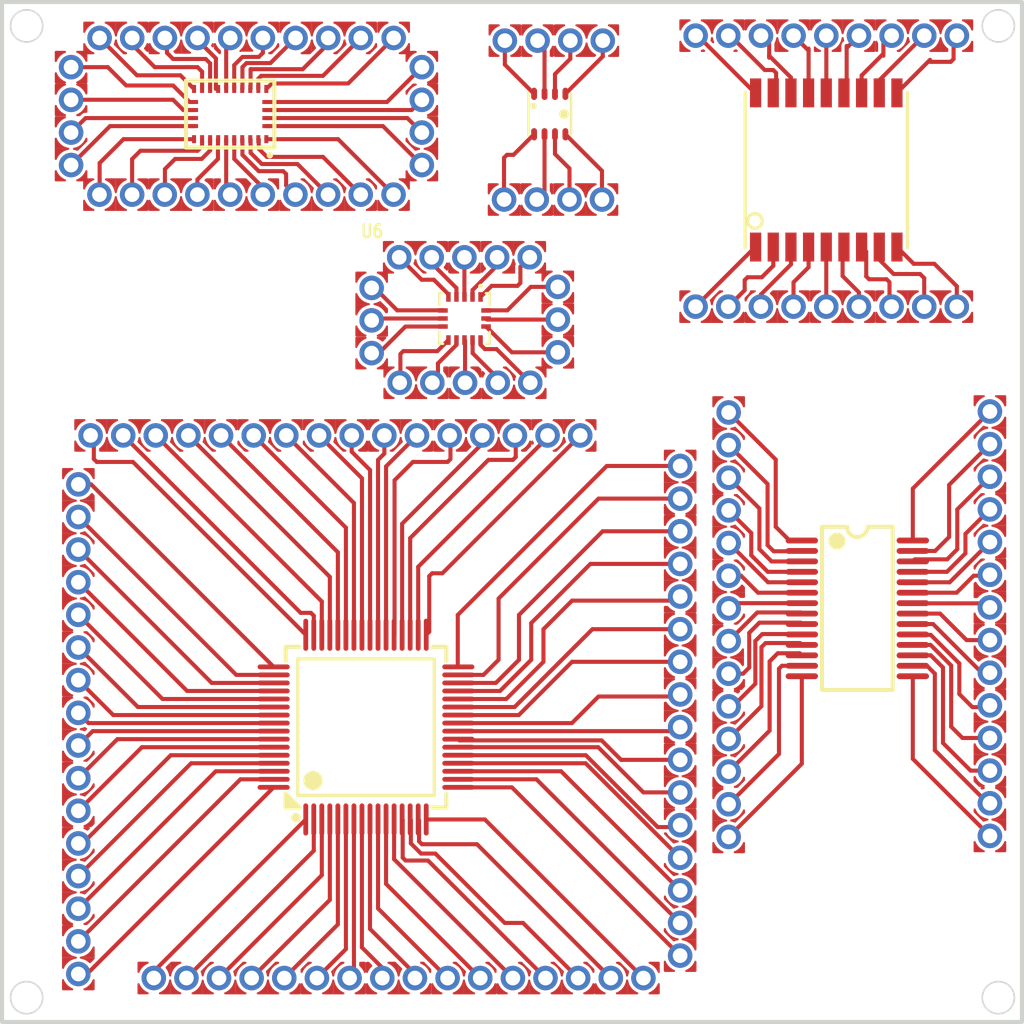
<source format=kicad_pcb>
(kicad_pcb (version 20241229) (generator "pcbnew") (generator_version "9.0")
  (layers (0 "F.Cu" signal "Top Layer") (2 "B.Cu" signal "Bottom Layer") (13 "F.Paste" user "Top Paste Mask Layer") (15 "B.Paste" user "Bottom Paste Mask Layer") (5 "F.SilkS" user "Top Silkscreen Layer") (7 "B.SilkS" user "Bottom Silkscreen Layer") (1 "F.Mask" user "Top Solder Mask Layer") (3 "B.Mask" user "Bottom Solder Mask Layer") (25 "Edge.Cuts" user "Edge Cuts"))
  (net 0 "")
  (footprint "Board1:Pad_e1307" (layer "F.Cu") (at 142.19025 103.2925)
    (property "Reference" "")
    (property "Value" "")
  )
  (footprint "Board1:LQFP-64_L10.0-W10.0-P0.50-LS12.0-BL" (layer "F.Cu") (at 122.62975 95.1565)
    (property "Reference" "U1" (hide yes))
    (property "Value" "")
  )
  (footprint "Board1:Pad_e1262" (layer "F.Cu") (at 104.72025 110.528 180)
    (property "Reference" "")
    (property "Value" "")
  )
  (footprint "Board1:Pad_e1286" (layer "F.Cu") (at 104.72275 80.0435 180)
    (property "Reference" "")
    (property "Value" "")
  )
  (footprint "Board1:Pad_e1304" (layer "F.Cu") (at 142.19025 97.195)
    (property "Reference" "")
    (property "Value" "")
  )
  (footprint "Board1:Pad_e288" (layer "F.Cu") (at 118.244 52.2505 90)
    (property "Reference" "")
    (property "Value" "")
  )
  (footprint "Board1:Pad_e1314" (layer "F.Cu") (at 142.19025 82.964)
    (property "Reference" "")
    (property "Value" "")
  )
  (footprint "Board1:Pad_e170" (layer "F.Cu") (at 145.18675 52.106 90)
    (property "Reference" "")
    (property "Value" "")
  )
  (footprint "Board1:Pad_e167" (layer "F.Cu") (at 155.35575 52.106 90)
    (property "Reference" "")
    (property "Value" "")
  )
  (footprint "Board1:Pad_e1266" (layer "F.Cu") (at 104.72025 86.134 180)
    (property "Reference" "")
    (property "Value" "")
  )
  (footprint "Board1:Pad_e747" (layer "F.Cu") (at 161.47475 99.8995 180)
    (property "Reference" "")
    (property "Value" "")
  )
  (footprint "Board1:Pad_e165" (layer "F.Cu") (at 151.29075 52.106 90)
    (property "Reference" "")
    (property "Value" "")
  )
  (footprint "Board1:Pad_e1428" (layer "F.Cu") (at 123.64575 110.78 -90)
    (property "Reference" "")
    (property "Value" "")
  )
  (footprint "Board1:Pad_e1434" (layer "F.Cu") (at 111.45175 110.7775 -90)
    (property "Reference" "")
    (property "Value" "")
  )
  (footprint "Board1:Pad_e1265" (layer "F.Cu") (at 104.72025 88.166 180)
    (property "Reference" "")
    (property "Value" "")
  )
  (footprint "Board1:Pad_e571" (layer "F.Cu") (at 112.1335 62.0045 90)
    (property "Reference" "")
    (property "Value" "")
  )
  (footprint "Board1:Pad_e534" (layer "F.Cu") (at 126.1075 58.1405)
    (property "Reference" "")
    (property "Value" "")
  )
  (footprint "Board1:Pad_e1267" (layer "F.Cu") (at 104.72025 100.367 180)
    (property "Reference" "")
    (property "Value" "")
  )
  (footprint "Board1:Pad_e573" (layer "F.Cu") (at 124.346 62.0045 90)
    (property "Reference" "")
    (property "Value" "")
  )
  (footprint "Board1:Pad_e1315" (layer "F.Cu") (at 142.19025 84.996)
    (property "Reference" "")
    (property "Value" "")
  )
  (footprint "Board1:Pad_e1159" (layer "F.Cu") (at 128.79725 73.717 90)
    (property "Reference" "")
    (property "Value" "")
  )
  (footprint "Board1:Pad_e1309" (layer "F.Cu") (at 142.19025 91.0915)
    (property "Reference" "")
    (property "Value" "")
  )
  (footprint "Board1:Pad_e173" (layer "F.Cu") (at 159.41875 52.106 90)
    (property "Reference" "")
    (property "Value" "")
  )
  (footprint "Board1:Pad_e151" (layer "F.Cu") (at 145.18325 68.978 90)
    (property "Reference" "")
    (property "Value" "")
  )
  (footprint "Board1:Pad_e489" (layer "F.Cu") (at 124.353 52.2505 90)
    (property "Reference" "")
    (property "Value" "")
  )
  (footprint "Board1:Pad_e1356" (layer "F.Cu") (at 107.51475 76.9955 -90)
    (property "Reference" "")
    (property "Value" "")
  )
  (footprint "Board1:Pad_e155" (layer "F.Cu") (at 159.41475 68.978 90)
    (property "Reference" "")
    (property "Value" "")
  )
  (footprint "Board1:Pad_e1432" (layer "F.Cu") (at 133.80625 110.78 -90)
    (property "Reference" "")
    (property "Value" "")
  )
  (footprint "Board1:Pad_e1354" (layer "F.Cu") (at 129.86925 76.998 -90)
    (property "Reference" "")
    (property "Value" "")
  )
  (footprint "Board1:Pad_e1346" (layer "F.Cu") (at 111.57275 76.998 -90)
    (property "Reference" "")
    (property "Value" "")
  )
  (footprint "Board1:Pad_e505" (layer "F.Cu") (at 104.269 54.067 90)
    (property "Reference" "")
    (property "Value" "")
  )
  (footprint "Board1:Pad_e749" (layer "F.Cu") (at 161.47475 95.834 180)
    (property "Reference" "")
    (property "Value" "")
  )
  (footprint "Board1:Pad_e133" (layer "F.Cu") (at 151.28675 68.978 90)
    (property "Reference" "")
    (property "Value" "")
  )
  (footprint "Board1:Pad_e1154" (layer "F.Cu") (at 134.57225 71.8215)
    (property "Reference" "")
    (property "Value" "")
  )
  (footprint "Board1:Pad_e172" (layer "F.Cu") (at 149.25225 52.106 90)
    (property "Reference" "")
    (property "Value" "")
  )
  (footprint "Board1:Pad_e1429" (layer "F.Cu") (at 113.47925 110.78 -90)
    (property "Reference" "")
    (property "Value" "")
  )
  (footprint "Board1:Pad_e1313" (layer "F.Cu") (at 142.19025 80.9305)
    (property "Reference" "")
    (property "Value" "")
  )
  (footprint "Board1:Pad_e1355" (layer "F.Cu") (at 127.83875 76.998 -90)
    (property "Reference" "")
    (property "Value" "")
  )
  (footprint "Board1:Pad_e1345" (layer "F.Cu") (at 113.60475 76.998 -90)
    (property "Reference" "")
    (property "Value" "")
  )
  (footprint "Board1:Pad_e1142" (layer "F.Cu") (at 132.82575 65.9065)
    (property "Reference" "")
    (property "Value" "")
  )
  (footprint "Board1:Pad_e1350" (layer "F.Cu") (at 119.70875 76.998 -90)
    (property "Reference" "")
    (property "Value" "")
  )
  (footprint "Board1:Pad_e1308" (layer "F.Cu") (at 142.19025 89.0595)
    (property "Reference" "")
    (property "Value" "")
  )
  (footprint "Board1:Pad_e564" (layer "F.Cu") (at 114.172 62.0045 90)
    (property "Reference" "")
    (property "Value" "")
  )
  (footprint "Board1:Pad_e691" (layer "F.Cu") (at 131.27625 52.416 180)
    (property "Reference" "")
    (property "Value" "")
  )
  (footprint "Board1:Pad_e1351" (layer "F.Cu") (at 109.54225 76.998 -90)
    (property "Reference" "")
    (property "Value" "")
  )
  (footprint "Board1:Pad_e1125" (layer "F.Cu") (at 122.98225 67.812 180)
    (property "Reference" "")
    (property "Value" "")
  )
  (footprint "Board1:Pad_e1263" (layer "F.Cu") (at 104.72025 92.231 180)
    (property "Reference" "")
    (property "Value" "")
  )
  (footprint "Board1:Pad_e768" (layer "F.Cu") (at 145.20875 81.6635 180)
    (property "Reference" "")
    (property "Value" "")
  )
  (footprint "Board1:Pad_e565" (layer "F.Cu") (at 116.204 62.0045 90)
    (property "Reference" "")
    (property "Value" "")
  )
  (footprint "Board1:Pad_e566" (layer "F.Cu") (at 118.237 62.0045 90)
    (property "Reference" "")
    (property "Value" "")
  )
  (footprint "Board1:Pad_e1352" (layer "F.Cu") (at 133.93475 76.998 -90)
    (property "Reference" "")
    (property "Value" "")
  )
  (footprint "Board1:Pad_e1343" (layer "F.Cu") (at 117.67025 76.998 -90)
    (property "Reference" "")
    (property "Value" "")
  )
  (footprint "Board1:Pad_e1270" (layer "F.Cu") (at 104.72025 94.2695 180)
    (property "Reference" "")
    (property "Value" "")
  )
  (footprint "Board1:Pad_e688" (layer "F.Cu") (at 137.37225 52.416 90)
    (property "Reference" "")
    (property "Value" "")
  )
  (footprint "Board1:Pad_e1423" (layer "F.Cu") (at 117.54175 110.78 -90)
    (property "Reference" "")
    (property "Value" "")
  )
  (footprint "Board1:Pad_e145" (layer "F.Cu") (at 157.38425 68.978 90)
    (property "Reference" "")
    (property "Value" "")
  )
  (footprint "Board1:Pad_e674" (layer "F.Cu") (at 135.30025 62.3095 90)
    (property "Reference" "")
    (property "Value" "")
  )
  (footprint "Board1:Pad_e168" (layer "F.Cu") (at 157.38775 52.106 90)
    (property "Reference" "")
    (property "Value" "")
  )
  (footprint "Board1:Pad_e1425" (layer "F.Cu") (at 129.74275 110.78 -90)
    (property "Reference" "")
    (property "Value" "")
  )
  (footprint "Board1:LGA-16_L3.0-W3.0-P0.50-BL" (layer "F.Cu") (at 128.76175 69.7165 180)
    (property "Reference" "U4" (hide yes))
    (property "Value" "")
  )
  (footprint "Board1:Pad_e1342" (layer "F.Cu") (at 135.96675 76.998 -90)
    (property "Reference" "")
    (property "Value" "")
  )
  (footprint "Board1:Pad_e1272" (layer "F.Cu") (at 104.72025 108.496 180)
    (property "Reference" "")
    (property "Value" "")
  )
  (footprint "Board1:Pad_e290" (layer "F.Cu") (at 106.043 52.2505 90)
    (property "Reference" "")
    (property "Value" "")
  )
  (footprint "Board1:Pad_e1347" (layer "F.Cu") (at 125.80575 76.998 -90)
    (property "Reference" "")
    (property "Value" "")
  )
  (footprint "Board1:Pad_e1420" (layer "F.Cu") (at 139.90375 110.78 -90)
    (property "Reference" "")
    (property "Value" "")
  )
  (footprint "Board1:Pad_e1126" (layer "F.Cu") (at 122.98225 69.8345 180)
    (property "Reference" "")
    (property "Value" "")
  )
  (footprint "Board1:Pad_e748" (layer "F.Cu") (at 161.47475 97.866 180)
    (property "Reference" "")
    (property "Value" "")
  )
  (footprint "Board1:Pad_e166" (layer "F.Cu") (at 153.32275 52.106 90)
    (property "Reference" "")
    (property "Value" "")
  )
  (footprint "Board1:Pad_e773" (layer "F.Cu") (at 145.20875 87.766 180)
    (property "Reference" "")
    (property "Value" "")
  )
  (footprint "Board1:Pad_e144" (layer "F.Cu") (at 155.35225 68.978 90)
    (property "Reference" "")
    (property "Value" "")
  )
  (footprint "Board1:Pad_e510" (layer "F.Cu") (at 104.269 60.163)
    (property "Reference" "")
    (property "Value" "")
  )
  (footprint "Board1:Pad_e1285" (layer "F.Cu") (at 104.72275 82.0755 180)
    (property "Reference" "")
    (property "Value" "")
  )
  (footprint "Board1:Pad_e171" (layer "F.Cu") (at 147.22025 52.106 90)
    (property "Reference" "")
    (property "Value" "")
  )
  (footprint "Board1:Pad_e728" (layer "F.Cu") (at 161.47475 81.603 180)
    (property "Reference" "")
    (property "Value" "")
  )
  (footprint "Board1:SSOP-28_L10.2-W5.3-P0.65-LS7.8-BL" (layer "F.Cu") (at 153.22025 87.764 -90)
    (property "Reference" "U6" (hide yes))
    (property "Value" "")
  )
  (footprint "Board1:Pad_e286" (layer "F.Cu") (at 114.1785 52.2505 90)
    (property "Reference" "")
    (property "Value" "")
  )
  (footprint "Board1:Pad_e774" (layer "F.Cu") (at 145.20875 85.734 180)
    (property "Reference" "")
    (property "Value" "")
  )
  (footprint "Board1:Pad_e1274" (layer "F.Cu") (at 104.72025 104.4305 180)
    (property "Reference" "")
    (property "Value" "")
  )
  (footprint "Board1:Pad_e1316" (layer "F.Cu") (at 142.19025 87.0265)
    (property "Reference" "")
    (property "Value" "")
  )
  (footprint "Board1:Pad_e570" (layer "F.Cu") (at 110.1015 62.0045 90)
    (property "Reference" "")
    (property "Value" "")
  )
  (footprint "Board1:Pad_e1157" (layer "F.Cu") (at 132.85725 73.717 90)
    (property "Reference" "")
    (property "Value" "")
  )
  (footprint "Board1:Pad_e1303" (layer "F.Cu") (at 142.19025 78.8985)
    (property "Reference" "")
    (property "Value" "")
  )
  (footprint "Board1:Pad_e1422" (layer "F.Cu") (at 119.57525 110.78 -90)
    (property "Reference" "")
    (property "Value" "")
  )
  (footprint "Board1:Pad_e1318" (layer "F.Cu") (at 142.18775 109.3825)
    (property "Reference" "")
    (property "Value" "")
  )
  (footprint "Board1:Pad_e769" (layer "F.Cu") (at 145.20875 79.6305 180)
    (property "Reference" "")
    (property "Value" "")
  )
  (footprint "Board1:Pad_e772" (layer "F.Cu") (at 145.20875 89.7995 180)
    (property "Reference" "")
    (property "Value" "")
  )
  (footprint "Board1:Pad_e572" (layer "F.Cu") (at 122.3 62.0045 90)
    (property "Reference" "")
    (property "Value" "")
  )
  (footprint "Board1:Pad_e535" (layer "F.Cu") (at 126.1075 60.163)
    (property "Reference" "")
    (property "Value" "")
  )
  (footprint "Board1:Pad_e1344" (layer "F.Cu") (at 115.63825 76.998 -90)
    (property "Reference" "")
    (property "Value" "")
  )
  (footprint "Board1:Pad_e1430" (layer "F.Cu") (at 137.87175 110.78 -90)
    (property "Reference" "")
    (property "Value" "")
  )
  (footprint "Board1:Pad_e169" (layer "F.Cu") (at 143.15475 52.106 90)
    (property "Reference" "")
    (property "Value" "")
  )
  (footprint "Board1:Pad_e532" (layer "F.Cu") (at 126.1075 54.067 90)
    (property "Reference" "")
    (property "Value" "")
  )
  (footprint "Board1:Pad_e568" (layer "F.Cu") (at 106.036 62.0045 90)
    (property "Reference" "")
    (property "Value" "")
  )
  (footprint "Board1:Pad_e1317" (layer "F.Cu") (at 142.18775 107.3505)
    (property "Reference" "")
    (property "Value" "")
  )
  (footprint "Board1:Pad_e507" (layer "F.Cu") (at 104.269 58.1405)
    (property "Reference" "")
    (property "Value" "")
  )
  (footprint "Board1:SMD-18_L10.1-W9.7-P1.10-TL_SKG09F" (layer "F.Cu") (at 151.28675 60.469 90)
    (property "Reference" "U5" (hide yes))
    (property "Value" "")
  )
  (footprint "Board1:Pad_e776" (layer "F.Cu") (at 145.20875 101.9925 180)
    (property "Reference" "")
    (property "Value" "")
  )
  (footprint "Board1:Pad_e1431" (layer "F.Cu") (at 135.83825 110.78 -90)
    (property "Reference" "")
    (property "Value" "")
  )
  (footprint "Board1:Pad_e770" (layer "F.Cu") (at 145.20875 77.5985 180)
    (property "Reference" "")
    (property "Value" "")
  )
  (footprint "Board1:Pad_e777" (layer "F.Cu") (at 145.20875 99.9605 180)
    (property "Reference" "")
    (property "Value" "")
  )
  (footprint "Board1:Pad_e731" (layer "F.Cu") (at 161.47475 91.7705 180)
    (property "Reference" "")
    (property "Value" "")
  )
  (footprint "Board1:Pad_e1271" (layer "F.Cu") (at 104.72025 84.103 180)
    (property "Reference" "")
    (property "Value" "")
  )
  (footprint "Board1:Pad_e1311" (layer "F.Cu") (at 142.19025 95.1565)
    (property "Reference" "")
    (property "Value" "")
  )
  (footprint "Board1:Pad_e732" (layer "F.Cu") (at 161.47475 89.7385 180)
    (property "Reference" "")
    (property "Value" "")
  )
  (footprint "Board1:Pad_e1305" (layer "F.Cu") (at 142.19025 99.227)
    (property "Reference" "")
    (property "Value" "")
  )
  (footprint "Board1:Pad_e1348" (layer "F.Cu") (at 123.77375 76.998 -90)
    (property "Reference" "")
    (property "Value" "")
  )
  (footprint "Board1:Pad_e289" (layer "F.Cu") (at 120.276 52.2505 90)
    (property "Reference" "")
    (property "Value" "")
  )
  (footprint "Board1:LGA-28_L5.2-W3.8-P0.50-BL" (layer "F.Cu") (at 114.175 56.988 90)
    (property "Reference" "U3" (hide yes))
    (property "Value" "")
  )
  (footprint "Board1:Pad_e1158" (layer "F.Cu") (at 130.83425 73.717 90)
    (property "Reference" "")
    (property "Value" "")
  )
  (footprint "Board1:Pad_e1136" (layer "F.Cu") (at 126.72025 65.9065 -90)
    (property "Reference" "")
    (property "Value" "")
  )
  (footprint "Board1:Pad_e1310" (layer "F.Cu") (at 142.19025 93.1245)
    (property "Reference" "")
    (property "Value" "")
  )
  (footprint "Board1:Pad_e1427" (layer "F.Cu") (at 125.67775 110.78 -90)
    (property "Reference" "")
    (property "Value" "")
  )
  (footprint "Board1:Pad_e292" (layer "F.Cu") (at 110.1085 52.2505 90)
    (property "Reference" "")
    (property "Value" "")
  )
  (footprint "Board1:Pad_e141" (layer "F.Cu") (at 153.31875 68.978 90)
    (property "Reference" "")
    (property "Value" "")
  )
  (footprint "Board1:Pad_e1273" (layer "F.Cu") (at 104.72025 106.4625 180)
    (property "Reference" "")
    (property "Value" "")
  )
  (footprint "Board1:Pad_e1135" (layer "F.Cu") (at 124.69775 65.9065 -90)
    (property "Reference" "")
    (property "Value" "")
  )
  (footprint "Board1:Pad_e673" (layer "F.Cu") (at 137.32275 62.3095 90)
    (property "Reference" "")
    (property "Value" "")
  )
  (footprint "Board1:Pad_e1275" (layer "F.Cu") (at 104.72025 102.4 180)
    (property "Reference" "")
    (property "Value" "")
  )
  (footprint "Board1:Pad_e1127" (layer "F.Cu") (at 122.98225 71.8715 180)
    (property "Reference" "")
    (property "Value" "")
  )
  (footprint "Board1:Pad_e727" (layer "F.Cu") (at 161.47475 83.635 180)
    (property "Reference" "")
    (property "Value" "")
  )
  (footprint "Board1:Pad_e778" (layer "F.Cu") (at 145.20875 97.927 180)
    (property "Reference" "")
    (property "Value" "")
  )
  (footprint "Board1:Pad_e733" (layer "F.Cu") (at 161.47475 87.705 180)
    (property "Reference" "")
    (property "Value" "")
  )
  (footprint "Board1:Pad_e1306" (layer "F.Cu") (at 142.19025 101.2605)
    (property "Reference" "")
    (property "Value" "")
  )
  (footprint "Board1:Pad_e287" (layer "F.Cu") (at 116.2105 52.2505 90)
    (property "Reference" "")
    (property "Value" "")
  )
  (footprint "Board1:Pad_e780" (layer "F.Cu") (at 145.20875 93.8645 180)
    (property "Reference" "")
    (property "Value" "")
  )
  (footprint "Board1:Pad_e1156" (layer "F.Cu") (at 134.57225 67.748 90)
    (property "Reference" "")
    (property "Value" "")
  )
  (footprint "Board1:Pad_e153" (layer "F.Cu") (at 149.24825 68.978 90)
    (property "Reference" "")
    (property "Value" "")
  )
  (footprint "Board1:Pad_e1264" (layer "F.Cu") (at 104.72025 90.199 180)
    (property "Reference" "")
    (property "Value" "")
  )
  (footprint "Board1:Pad_e150" (layer "F.Cu") (at 143.15125 68.978 90)
    (property "Reference" "")
    (property "Value" "")
  )
  (footprint "Board1:Pad_e771" (layer "F.Cu") (at 145.20875 91.8315 180)
    (property "Reference" "")
    (property "Value" "")
  )
  (footprint "Board1:Pad_e1424" (layer "F.Cu") (at 115.50975 110.78 -90)
    (property "Reference" "")
    (property "Value" "")
  )
  (footprint "Board1:LGA-8_BME280_BL" (layer "F.Cu") (at 134.07025 56.988 90)
    (property "Reference" "U2" (hide yes))
    (property "Value" "")
  )
  (footprint "Board1:Pad_e291" (layer "F.Cu") (at 108.075 52.2505 90)
    (property "Reference" "")
    (property "Value" "")
  )
  (footprint "Board1:Pad_e730" (layer "F.Cu") (at 161.47475 77.5375 180)
    (property "Reference" "")
    (property "Value" "")
  )
  (footprint "Board1:Pad_e689" (layer "F.Cu") (at 135.34975 52.416 90)
    (property "Reference" "")
    (property "Value" "")
  )
  (footprint "Board1:Pad_e779" (layer "F.Cu") (at 145.20875 95.895 180)
    (property "Reference" "")
    (property "Value" "")
  )
  (footprint "Board1:Pad_e506" (layer "F.Cu") (at 104.269 56.1035)
    (property "Reference" "")
    (property "Value" "")
  )
  (footprint "Board1:Pad_e729" (layer "F.Cu") (at 161.47475 79.5695 180)
    (property "Reference" "")
    (property "Value" "")
  )
  (footprint "Board1:Pad_e1357" (layer "F.Cu") (at 105.48275 76.9955 -90)
    (property "Reference" "")
    (property "Value" "")
  )
  (footprint "Board1:Pad_e746" (layer "F.Cu") (at 161.47475 101.9315 180)
    (property "Reference" "")
    (property "Value" "")
  )
  (footprint "Board1:Pad_e533" (layer "F.Cu") (at 126.1075 56.1035)
    (property "Reference" "")
    (property "Value" "")
  )
  (footprint "Board1:Pad_e152" (layer "F.Cu") (at 147.21625 68.978 90)
    (property "Reference" "")
    (property "Value" "")
  )
  (footprint "Board1:Pad_e1161" (layer "F.Cu") (at 124.72925 73.717 180)
    (property "Reference" "")
    (property "Value" "")
  )
  (footprint "Board1:Pad_e1349" (layer "F.Cu") (at 121.74075 76.998 -90)
    (property "Reference" "")
    (property "Value" "")
  )
  (footprint "Board1:Pad_e1155" (layer "F.Cu") (at 134.57225 69.784)
    (property "Reference" "")
    (property "Value" "")
  )
  (footprint "Board1:Pad_e1138" (layer "F.Cu") (at 130.79375 65.9065)
    (property "Reference" "")
    (property "Value" "")
  )
  (footprint "Board1:Pad_e1268" (layer "F.Cu") (at 104.72025 98.335 180)
    (property "Reference" "")
    (property "Value" "")
  )
  (footprint "Board1:Pad_e675" (layer "F.Cu") (at 133.26325 62.3095 90)
    (property "Reference" "")
    (property "Value" "")
  )
  (footprint "Board1:Pad_e1426" (layer "F.Cu") (at 127.71075 110.78 -90)
    (property "Reference" "")
    (property "Value" "")
  )
  (footprint "Board1:Pad_e1269" (layer "F.Cu") (at 104.72025 96.3015 180)
    (property "Reference" "")
    (property "Value" "")
  )
  (footprint "Board1:Pad_e293" (layer "F.Cu") (at 112.1405 52.2505 90)
    (property "Reference" "")
    (property "Value" "")
  )
  (footprint "Board1:Pad_e1312" (layer "F.Cu") (at 142.19025 105.323)
    (property "Reference" "")
    (property "Value" "")
  )
  (footprint "Board1:Pad_e567" (layer "F.Cu") (at 120.269 62.0045 90)
    (property "Reference" "")
    (property "Value" "")
  )
  (footprint "Board1:Pad_e1137" (layer "F.Cu") (at 128.75725 65.9065 -90)
    (property "Reference" "")
    (property "Value" "")
  )
  (footprint "Board1:Pad_e569" (layer "F.Cu") (at 108.068 62.0045 90)
    (property "Reference" "")
    (property "Value" "")
  )
  (footprint "Board1:Pad_e676" (layer "F.Cu") (at 131.22675 62.3095 180)
    (property "Reference" "")
    (property "Value" "")
  )
  (footprint "Board1:Pad_e690" (layer "F.Cu") (at 133.31275 52.416 90)
    (property "Reference" "")
    (property "Value" "")
  )
  (footprint "Board1:Pad_e1421" (layer "F.Cu") (at 121.60725 110.78 -90)
    (property "Reference" "")
    (property "Value" "")
  )
  (footprint "Board1:Pad_e775" (layer "F.Cu") (at 145.20875 75.5675 180)
    (property "Reference" "")
    (property "Value" "")
  )
  (footprint "Board1:Pad_e1353" (layer "F.Cu") (at 131.90125 76.998 -90)
    (property "Reference" "")
    (property "Value" "")
  )
  (footprint "Board1:Pad_e1160" (layer "F.Cu") (at 126.76125 73.717 180)
    (property "Reference" "")
    (property "Value" "")
  )
  (footprint "Board1:Pad_e294" (layer "F.Cu") (at 122.3065 52.2505 90)
    (property "Reference" "")
    (property "Value" "")
  )
  (footprint "Board1:Pad_e750" (layer "F.Cu") (at 161.47475 93.8035 180)
    (property "Reference" "")
    (property "Value" "")
  )
  (footprint "Board1:Pad_e1433" (layer "F.Cu") (at 131.77575 110.78 -90)
    (property "Reference" "")
    (property "Value" "")
  )
  (footprint "Board1:Pad_e734" (layer "F.Cu") (at 161.47475 85.673 180)
    (property "Reference" "")
    (property "Value" "")
  )
  (footprint "Board1:Pad_e767" (layer "F.Cu") (at 145.20875 83.6955 180)
    (property "Reference" "")
    (property "Value" "")
  )
  (footprint "Board1:Pad_e1435" (layer "F.Cu") (at 109.41975 110.7775 -90)
    (property "Reference" "")
    (property "Value" "")
  )
  (footprint "Board1:Pad_e735" (layer "F.Cu") (at 161.47475 75.507 180)
    (property "Reference" "")
    (property "Value" "")
  )
  (gr_circle (center 162 112) (end 162 113) (stroke (width 0.1)) (fill no) (layer "Edge.Cuts"))
  (gr_circle (center 101.5 51.5) (end 100.5 51.5) (stroke (width 0.1)) (fill no) (layer "Edge.Cuts"))
  (gr_rect (start 99.97025 50.014) (end 163.47025 113.514) (stroke (width 0.254)) (fill no) (layer "Edge.Cuts"))
  (gr_circle (center 101.5 112) (end 101.5 113) (stroke (width 0.1)) (fill no) (layer "Edge.Cuts"))
  (gr_circle (center 162 51.5) (end 162 52.5) (stroke (width 0.1)) (fill no) (layer "Edge.Cuts"))
  (gr_text "U6" (at 122.21875 64.7555 0) (layer "F.SilkS") (effects (font (size 0.8 0.686) (thickness 0.1525)) (justify left bottom)))
  (segment (start 128.26175 71.3595) (end 128.26175 71.059) (width 0.254) (layer "F.Cu") (net 0))
  (segment (start 129.76175 68.374) (end 130.45125 67.6845) (width 0.254) (layer "F.Cu") (net 0))
  (segment (start 123.64575 110.78) (end 123.64575 110.1425) (width 0.254) (layer "F.Cu") (net 0))
  (segment (start 154.84275 53.23) (end 153.48675 54.586) (width 0.254) (layer "F.Cu") (net 0))
  (segment (start 107.698 55.21) (end 106.555 54.067) (width 0.254) (layer "F.Cu") (net 0))
  (segment (start 152.30275 65.3535) (end 152.38675 65.269) (width 0.254) (layer "F.Cu") (net 0))
  (segment (start 135.04525 55.7295) (end 137.37225 53.4025) (width 0.254) (layer "F.Cu") (net 0))
  (segment (start 145.20875 87.766) (end 145.47125 87.766) (width 0.254) (layer "F.Cu") (net 0))
  (segment (start 140.79075 101.3795) (end 142.07075 101.3795) (width 0.254) (layer "F.Cu") (net 0))
  (segment (start 135.04525 58.2465) (end 137.32275 60.524) (width 0.254) (layer "F.Cu") (net 0))
  (segment (start 120.37975 85.8045) (end 120.37975 89.4065) (width 0.254) (layer "F.Cu") (net 0))
  (segment (start 156.67525 86.789) (end 159.40225 86.789) (width 0.254) (layer "F.Cu") (net 0))
  (segment (start 157.79225 89.415) (end 159.57025 91.193) (width 0.254) (layer "F.Cu") (net 0))
  (segment (start 119.70875 76.998) (end 122.37975 79.669) (width 0.254) (layer "F.Cu") (net 0))
  (segment (start 112.425 58.992) (end 112.425 58.551) (width 0.254) (layer "F.Cu") (net 0))
  (segment (start 152.55675 55.499) (end 152.38675 55.669) (width 0.254) (layer "F.Cu") (net 0))
  (segment (start 110.111 61.995) (end 110.111 60.417) (width 0.254) (layer "F.Cu") (net 0))
  (segment (start 161.41575 85.732) (end 161.47475 85.673) (width 0.254) (layer "F.Cu") (net 0))
  (segment (start 145.20875 77.5985) (end 147.63225 80.022) (width 0.254) (layer "F.Cu") (net 0))
  (segment (start 132.85725 73.717) (end 130.76125 71.6215) (width 0.254) (layer "F.Cu") (net 0))
  (segment (start 125.55075 78.6465) (end 127.70975 78.6465) (width 0.254) (layer "F.Cu") (net 0))
  (segment (start 106.047 60.036) (end 106.047 61.9935) (width 0.254) (layer "F.Cu") (net 0))
  (segment (start 153.48675 54.586) (end 153.48675 55.669) (width 0.254) (layer "F.Cu") (net 0))
  (segment (start 116.87975 97.9065) (end 113.27625 97.9065) (width 0.254) (layer "F.Cu") (net 0))
  (segment (start 157.38775 52.209) (end 157.38775 52.106) (width 0.254) (layer "F.Cu") (net 0))
  (segment (start 132.14275 94.4065) (end 128.37975 94.4065) (width 0.254) (layer "F.Cu") (net 0))
  (segment (start 124.91575 103.2845) (end 125.09525 103.464) (width 0.254) (layer "F.Cu") (net 0))
  (segment (start 110.619 53.559) (end 110.238 53.178) (width 0.254) (layer "F.Cu") (net 0))
  (segment (start 133.74525 61.8275) (end 133.74525 58.2465) (width 0.254) (layer "F.Cu") (net 0))
  (segment (start 127.76175 68.374) (end 127.76175 68.2085) (width 0.254) (layer "F.Cu") (net 0))
  (segment (start 123.77375 78.1255) (end 123.77375 76.998) (width 0.254) (layer "F.Cu") (net 0))
  (segment (start 125.42375 100.95) (end 125.37975 100.9065) (width 0.254) (layer "F.Cu") (net 0))
  (segment (start 161.36575 93.9125) (end 161.47475 93.8035) (width 0.254) (layer "F.Cu") (net 0))
  (segment (start 147.63225 80.022) (end 147.63225 83.827) (width 0.254) (layer "F.Cu") (net 0))
  (segment (start 127.76175 68.2085) (end 126.85675 67.3035) (width 0.254) (layer "F.Cu") (net 0))
  (segment (start 158.01775 66.311) (end 156.72875 66.311) (width 0.254) (layer "F.Cu") (net 0))
  (segment (start 125.37975 83.3895) (end 130.24975 78.5195) (width 0.254) (layer "F.Cu") (net 0))
  (segment (start 147.30375 89.3625) (end 149.73825 89.3625) (width 0.254) (layer "F.Cu") (net 0))
  (segment (start 129.54025 102.448) (end 137.87175 110.78) (width 0.254) (layer "F.Cu") (net 0))
  (segment (start 124.40775 89.379) (end 124.40775 79.7895) (width 0.254) (layer "F.Cu") (net 0))
  (segment (start 110.47375 96.9065) (end 104.98075 102.4) (width 0.254) (layer "F.Cu") (net 0))
  (segment (start 124.40775 79.7895) (end 125.55075 78.6465) (width 0.254) (layer "F.Cu") (net 0))
  (segment (start 159.95125 84.335) (end 159.95125 83.1265) (width 0.254) (layer "F.Cu") (net 0))
  (segment (start 122.87975 100.9065) (end 122.87975 107.7195) (width 0.254) (layer "F.Cu") (net 0))
  (segment (start 123.43175 71.8715) (end 122.98225 71.8715) (width 0.254) (layer "F.Cu") (net 0))
  (segment (start 127.71075 110.78) (end 123.37975 106.4485) (width 0.254) (layer "F.Cu") (net 0))
  (segment (start 153.31875 68.089) (end 152.30275 67.073) (width 0.254) (layer "F.Cu") (net 0))
  (segment (start 159.76625 95.834) (end 161.47475 95.834) (width 0.254) (layer "F.Cu") (net 0))
  (segment (start 146.85975 65.269) (end 146.88675 65.269) (width 0.254) (layer "F.Cu") (net 0))
  (segment (start 155.22375 68.8495) (end 155.22375 67.454) (width 0.254) (layer "F.Cu") (net 0))
  (segment (start 158.04625 96.598) (end 161.34775 99.8995) (width 0.254) (layer "F.Cu") (net 0))
  (segment (start 154.58675 66.055) (end 154.58675 65.269) (width 0.254) (layer "F.Cu") (net 0))
  (segment (start 137.32275 60.524) (end 137.32275 62.3095) (width 0.254) (layer "F.Cu") (net 0))
  (segment (start 146.20675 67.327) (end 146.38625 67.1475) (width 0.254) (layer "F.Cu") (net 0))
  (segment (start 111.74425 97.4065) (end 116.87975 97.4065) (width 0.254) (layer "F.Cu") (net 0))
  (segment (start 112.1335 61.0615) (end 113.413 59.782) (width 0.254) (layer "F.Cu") (net 0))
  (segment (start 155.22375 67.454) (end 155.04425 67.2745) (width 0.254) (layer "F.Cu") (net 0))
  (segment (start 107.14875 95.9065) (end 104.72025 98.335) (width 0.254) (layer "F.Cu") (net 0))
  (segment (start 148.14025 82.684) (end 148.14025 78.499) (width 0.254) (layer "F.Cu") (net 0))
  (segment (start 116.87975 93.4065) (end 109.96125 93.4065) (width 0.254) (layer "F.Cu") (net 0))
  (segment (start 152.55675 52.745) (end 152.55675 52.872) (width 0.254) (layer "F.Cu") (net 0))
  (segment (start 114.925 55.425) (end 114.937 55.413) (width 0.254) (layer "F.Cu") (net 0))
  (segment (start 120.276 52.61) (end 120.276 52.2505) (width 0.254) (layer "F.Cu") (net 0))
  (segment (start 146.48925 91.447) (end 146.48925 89.288) (width 0.254) (layer "F.Cu") (net 0))
  (segment (start 126.76125 73.717) (end 127.11075 73.3675) (width 0.254) (layer "F.Cu") (net 0))
  (segment (start 124.95175 71.7485) (end 124.77225 71.928) (width 0.254) (layer "F.Cu") (net 0))
  (segment (start 131.27625 53.9105) (end 131.27625 52.416) (width 0.254) (layer "F.Cu") (net 0))
  (segment (start 115.191 53.813) (end 116.6815 53.813) (width 0.254) (layer "F.Cu") (net 0))
  (segment (start 158.06525 84.189) (end 158.93525 83.319) (width 0.254) (layer "F.Cu") (net 0))
  (segment (start 156.68725 87.451) (end 161.22075 87.451) (width 0.254) (layer "F.Cu") (net 0))
  (segment (start 157.38425 68.978) (end 157.38425 67.2015) (width 0.254) (layer "F.Cu") (net 0))
  (segment (start 132.91675 88.6795) (end 136.60025 84.996) (width 0.254) (layer "F.Cu") (net 0))
  (segment (start 157.79625 90.689) (end 158.55425 91.447) (width 0.254) (layer "F.Cu") (net 0))
  (segment (start 127.88925 77.048) (end 127.83875 76.998) (width 0.254) (layer "F.Cu") (net 0))
  (segment (start 109.476 54.067) (end 112.143 54.067) (width 0.254) (layer "F.Cu") (net 0))
  (segment (start 145.20875 93.8645) (end 145.46875 93.8645) (width 0.254) (layer "F.Cu") (net 0))
  (segment (start 147.64325 85.489) (end 149.76525 85.489) (width 0.254) (layer "F.Cu") (net 0))
  (segment (start 110.746 59.782) (end 112.397 59.782) (width 0.254) (layer "F.Cu") (net 0))
  (segment (start 145.47125 87.766) (end 145.79825 87.439) (width 0.254) (layer "F.Cu") (net 0))
  (segment (start 121.74075 76.998) (end 121.74075 78.0115) (width 0.254) (layer "F.Cu") (net 0))
  (segment (start 119.20075 88.0445) (end 119.38025 88.224) (width 0.254) (layer "F.Cu") (net 0))
  (segment (start 131.71175 98.9065) (end 142.18775 109.3825) (width 0.254) (layer "F.Cu") (net 0))
  (segment (start 156.67525 84.189) (end 158.06525 84.189) (width 0.254) (layer "F.Cu") (net 0))
  (segment (start 156.67525 83.539) (end 156.67525 80.306) (width 0.254) (layer "F.Cu") (net 0))
  (segment (start 104.72025 96.3015) (end 105.61575 95.4065) (width 0.254) (layer "F.Cu") (net 0))
  (segment (start 118.364 60.0995) (end 120.269 62.0045) (width 0.254) (layer "F.Cu") (net 0))
  (segment (start 128.79725 73.717) (end 128.79725 71.095) (width 0.254) (layer "F.Cu") (net 0))
  (segment (start 148.99525 83.539) (end 148.14025 82.684) (width 0.254) (layer "F.Cu") (net 0))
  (segment (start 115.953 58.579) (end 115.953 59.147) (width 0.254) (layer "F.Cu") (net 0))
  (segment (start 119.38025 88.224) (end 119.38025 89.406) (width 0.254) (layer "F.Cu") (net 0))
  (segment (start 114.937 58.563) (end 114.937 59.528) (width 0.254) (layer "F.Cu") (net 0))
  (segment (start 114.425 53.944) (end 114.937 53.432) (width 0.254) (layer "F.Cu") (net 0))
  (segment (start 125.473 56.738) (end 126.1075 56.1035) (width 0.254) (layer "F.Cu") (net 0))
  (segment (start 134.39525 59.472) (end 134.39525 58.2465) (width 0.254) (layer "F.Cu") (net 0))
  (segment (start 110.238 52.38) (end 110.1085 52.2505) (width 0.254) (layer "F.Cu") (net 0))
  (segment (start 145.20875 91.8315) (end 146.10475 91.8315) (width 0.254) (layer "F.Cu") (net 0))
  (segment (start 157.12875 66.946) (end 155.47775 66.946) (width 0.254) (layer "F.Cu") (net 0))
  (segment (start 116.204 61.557) (end 116.204 62.0045) (width 0.254) (layer "F.Cu") (net 0))
  (segment (start 115.953 59.147) (end 116.461 59.655) (width 0.254) (layer "F.Cu") (net 0))
  (segment (start 156.67525 91.989) (end 156.67525 97.132) (width 0.254) (layer "F.Cu") (net 0))
  (segment (start 129.26175 67.9465) (end 130.79375 66.4145) (width 0.254) (layer "F.Cu") (net 0))
  (segment (start 114.937 55.413) (end 114.937 54.067) (width 0.254) (layer "F.Cu") (net 0))
  (segment (start 156.80225 84.712) (end 156.67525 84.839) (width 0.254) (layer "F.Cu") (net 0))
  (segment (start 153.32275 52.106) (end 152.55675 52.872) (width 0.254) (layer "F.Cu") (net 0))
  (segment (start 147.25125 93.8525) (end 145.20875 95.895) (width 0.254) (layer "F.Cu") (net 0))
  (segment (start 128.37975 95.4065) (end 141.94025 95.4065) (width 0.254) (layer "F.Cu") (net 0))
  (segment (start 156.67525 87.439) (end 156.68725 87.451) (width 0.254) (layer "F.Cu") (net 0))
  (segment (start 128.37975 94.9065) (end 135.45275 94.9065) (width 0.254) (layer "F.Cu") (net 0))
  (segment (start 108.206 52.797) (end 109.476 54.067) (width 0.254) (layer "F.Cu") (net 0))
  (segment (start 124.77225 73.674) (end 124.72925 73.717) (width 0.254) (layer "F.Cu") (net 0))
  (segment (start 147.21625 68.2225) (end 149.08675 66.352) (width 0.254) (layer "F.Cu") (net 0))
  (segment (start 104.2735 56.099) (end 104.269 56.1035) (width 0.254) (layer "F.Cu") (net 0))
  (segment (start 158.37125 88.089) (end 160.02075 89.7385) (width 0.254) (layer "F.Cu") (net 0))
  (segment (start 106.694 57.738) (end 104.269 60.163) (width 0.254) (layer "F.Cu") (net 0))
  (segment (start 125.37975 89.4065) (end 125.37975 83.3895) (width 0.254) (layer "F.Cu") (net 0))
  (segment (start 156.67525 89.389) (end 156.70125 89.415) (width 0.254) (layer "F.Cu") (net 0))
  (segment (start 149.25225 52.106) (end 150.18675 53.0405) (width 0.254) (layer "F.Cu") (net 0))
  (segment (start 111.925 57.238) (end 105.1715 57.238) (width 0.254) (layer "F.Cu") (net 0))
  (segment (start 111.57275 76.998) (end 120.37975 85.8045) (width 0.254) (layer "F.Cu") (net 0))
  (segment (start 130.83425 73.44) (end 129.26975 71.8755) (width 0.254) (layer "F.Cu") (net 0))
  (segment (start 147.98675 66.436) (end 147.98675 65.269) (width 0.254) (layer "F.Cu") (net 0))
  (segment (start 129.26975 71.0675) (end 129.26175 71.059) (width 0.254) (layer "F.Cu") (net 0))
  (segment (start 133.74525 55.7295) (end 133.74525 52.8485) (width 0.254) (layer "F.Cu") (net 0))
  (segment (start 128.34475 88.1715) (end 128.34475 91.3715) (width 0.254) (layer "F.Cu") (net 0))
  (segment (start 142.19025 91.0915) (end 135.45775 91.0915) (width 0.254) (layer "F.Cu") (net 0))
  (segment (start 113.413 59.782) (end 113.413 58.563) (width 0.254) (layer "F.Cu") (net 0))
  (segment (start 116.87975 93.9065) (end 108.42775 93.9065) (width 0.254) (layer "F.Cu") (net 0))
  (segment (start 127.41125 69.2085) (end 124.57075 69.2085) (width 0.254) (layer "F.Cu") (net 0))
  (segment (start 122.37575 108.8725) (end 122.37575 100.9105) (width 0.254) (layer "F.Cu") (net 0))
  (segment (start 128.75725 68.3695) (end 128.76175 68.374) (width 0.254) (layer "F.Cu") (net 0))
  (segment (start 128.37975 95.9065) (end 128.45475 95.982) (width 0.254) (layer "F.Cu") (net 0))
  (segment (start 142.19025 103.2925) (end 136.30425 97.4065) (width 0.254) (layer "F.Cu") (net 0))
  (segment (start 130.79375 66.4145) (end 130.79375 65.9065) (width 0.254) (layer "F.Cu") (net 0))
  (segment (start 125.87975 100.9065) (end 125.93175 100.9585) (width 0.254) (layer "F.Cu") (net 0))
  (segment (start 110.619 55.21) (end 107.698 55.21) (width 0.254) (layer "F.Cu") (net 0))
  (segment (start 116.425 56.238) (end 123.9365 56.238) (width 0.254) (layer "F.Cu") (net 0))
  (segment (start 116.461 59.655) (end 119.9505 59.655) (width 0.254) (layer "F.Cu") (net 0))
  (segment (start 124.37975 89.4065) (end 124.40775 89.379) (width 0.254) (layer "F.Cu") (net 0))
  (segment (start 124.57075 69.2085) (end 123.17425 67.812) (width 0.254) (layer "F.Cu") (net 0))
  (segment (start 145.20875 79.6305) (end 147.12425 81.546) (width 0.254) (layer "F.Cu") (net 0))
  (segment (start 146.38625 67.1475) (end 147.27525 67.1475) (width 0.254) (layer "F.Cu") (net 0))
  (segment (start 146.87025 89.796) (end 147.30375 89.3625) (width 0.254) (layer "F.Cu") (net 0))
  (segment (start 113.286 53.523) (end 113.286 55.413) (width 0.254) (layer "F.Cu") (net 0))
  (segment (start 105.25875 110.528) (end 104.72025 110.528) (width 0.254) (layer "F.Cu") (net 0))
  (segment (start 114.429 59.782) (end 116.204 61.557) (width 0.254) (layer "F.Cu") (net 0))
  (segment (start 115.425 55.425) (end 115.445 55.405) (width 0.254) (layer "F.Cu") (net 0))
  (segment (start 112.1405 52.3775) (end 113.286 53.523) (width 0.254) (layer "F.Cu") (net 0))
  (segment (start 131.88075 93.9065) (end 136.72775 89.0595) (width 0.254) (layer "F.Cu") (net 0))
  (segment (start 113.925 55.425) (end 113.925 52.5045) (width 0.254) (layer "F.Cu") (net 0))
  (segment (start 105.61575 95.4065) (end 116.87975 95.4065) (width 0.254) (layer "F.Cu") (net 0))
  (segment (start 142.18375 99.2205) (end 142.19025 99.227) (width 0.254) (layer "F.Cu") (net 0))
  (segment (start 159.21325 52.3115) (end 159.41875 52.106) (width 0.254) (layer "F.Cu") (net 0))
  (segment (start 149.67875 88.653) (end 149.76525 88.739) (width 0.254) (layer "F.Cu") (net 0))
  (segment (start 112.1405 52.2505) (end 112.1405 52.3775) (width 0.254) (layer "F.Cu") (net 0))
  (segment (start 111.925 56.738) (end 111.258 56.738) (width 0.254) (layer "F.Cu") (net 0))
  (segment (start 147.63225 83.827) (end 148.01325 84.208) (width 0.254) (layer "F.Cu") (net 0))
  (segment (start 127.41925 69.2165) (end 127.41125 69.2085) (width 0.254) (layer "F.Cu") (net 0))
  (segment (start 112.143 54.067) (end 112.425 54.349) (width 0.254) (layer "F.Cu") (net 0))
  (segment (start 127.41925 70.2165) (end 125.08675 70.2165) (width 0.254) (layer "F.Cu") (net 0))
  (segment (start 157.78125 90.039) (end 159.06225 91.32) (width 0.254) (layer "F.Cu") (net 0))
  (segment (start 109.41975 110.3665) (end 109.41975 110.7775) (width 0.254) (layer "F.Cu") (net 0))
  (segment (start 130.03175 71.6215) (end 129.76175 71.3515) (width 0.254) (layer "F.Cu") (net 0))
  (segment (start 127.88925 78.467) (end 127.88925 77.048) (width 0.254) (layer "F.Cu") (net 0))
  (segment (start 130.03025 100.9065) (end 126.37975 100.9065) (width 0.254) (layer "F.Cu") (net 0))
  (segment (start 131.70925 71.8215) (end 130.10425 70.2165) (width 0.254) (layer "F.Cu") (net 0))
  (segment (start 111.925 56.238) (end 111.647 56.238) (width 0.254) (layer "F.Cu") (net 0))
  (segment (start 108.11925 78.6465) (end 105.86575 78.6465) (width 0.254) (layer "F.Cu") (net 0))
  (segment (start 137.08775 96.4065) (end 139.90175 99.2205) (width 0.254) (layer "F.Cu") (net 0))
  (segment (start 116.425 57.238) (end 125.2055 57.238) (width 0.254) (layer "F.Cu") (net 0))
  (segment (start 130.45125 67.6845) (end 132.06375 67.6845) (width 0.254) (layer "F.Cu") (net 0))
  (segment (start 121.5205 55.083) (end 124.353 52.2505) (width 0.254) (layer "F.Cu") (net 0))
  (segment (start 129.94375 91.9065) (end 130.88475 90.9655) (width 0.254) (layer "F.Cu") (net 0))
  (segment (start 142.19025 82.964) (end 137.36175 82.964) (width 0.254) (layer "F.Cu") (net 0))
  (segment (start 145.18675 51.979) (end 147.45375 54.246) (width 0.254) (layer "F.Cu") (net 0))
  (segment (start 128.79725 71.095) (end 128.76175 71.059) (width 0.254) (layer "F.Cu") (net 0))
  (segment (start 132.24325 66.4955) (end 132.82875 65.9095) (width 0.254) (layer "F.Cu") (net 0))
  (segment (start 132.15475 88.171) (end 132.15475 90.9655) (width 0.254) (layer "F.Cu") (net 0))
  (segment (start 136.30425 97.4065) (end 128.37975 97.4065) (width 0.254) (layer "F.Cu") (net 0))
  (segment (start 156.67525 88.089) (end 158.37125 88.089) (width 0.254) (layer "F.Cu") (net 0))
  (segment (start 110.619 56.099) (end 104.2735 56.099) (width 0.254) (layer "F.Cu") (net 0))
  (segment (start 136.72775 89.0595) (end 142.19025 89.0595) (width 0.254) (layer "F.Cu") (net 0))
  (segment (start 146.61625 83.071) (end 146.61625 84.462) (width 0.254) (layer "F.Cu") (net 0))
  (segment (start 147.73075 52.6165) (end 147.73075 53.357) (width 0.254) (layer "F.Cu") (net 0))
  (segment (start 143.15125 68.978) (end 146.85975 65.269) (width 0.254) (layer "F.Cu") (net 0))
  (segment (start 141.94025 95.4065) (end 142.19025 95.1565) (width 0.254) (layer "F.Cu") (net 0))
  (segment (start 115.953 60.544) (end 117.477 60.544) (width 0.254) (layer "F.Cu") (net 0))
  (segment (start 120.37975 105.91) (end 120.37975 100.9065) (width 0.254) (layer "F.Cu") (net 0))
  (segment (start 133.74525 52.8485) (end 133.31275 52.416) (width 0.254) (layer "F.Cu") (net 0))
  (segment (start 123.87975 78.924) (end 125.80575 76.998) (width 0.254) (layer "F.Cu") (net 0))
  (segment (start 105.86575 78.6465) (end 105.68625 78.467) (width 0.254) (layer "F.Cu") (net 0))
  (segment (start 128.75725 65.9065) (end 128.75725 68.3695) (width 0.254) (layer "F.Cu") (net 0))
  (segment (start 112.651 53.559) (end 110.619 53.559) (width 0.254) (layer "F.Cu") (net 0))
  (segment (start 121.37975 108.9755) (end 121.37975 100.9065) (width 0.254) (layer "F.Cu") (net 0))
  (segment (start 105.35775 94.9065) (end 104.72025 94.2695) (width 0.254) (layer "F.Cu") (net 0))
  (segment (start 124.87975 82.4925) (end 124.87975 89.4065) (width 0.254) (layer "F.Cu") (net 0))
  (segment (start 115.425 58.551) (end 115.445 58.571) (width 0.254) (layer "F.Cu") (net 0))
  (segment (start 112.925 55.425) (end 112.925 53.833) (width 0.254) (layer "F.Cu") (net 0))
  (segment (start 117.6565 60.7235) (end 117.6565 61.424) (width 0.254) (layer "F.Cu") (net 0))
  (segment (start 133.09525 55.7295) (end 131.27625 53.9105) (width 0.254) (layer "F.Cu") (net 0))
  (segment (start 116.1435 60.0995) (end 118.364 60.0995) (width 0.254) (layer "F.Cu") (net 0))
  (segment (start 116.87975 91.4065) (end 105.51725 80.0435) (width 0.254) (layer "F.Cu") (net 0))
  (segment (start 124.87975 100.9065) (end 124.91575 100.9425) (width 0.254) (layer "F.Cu") (net 0))
  (segment (start 110.238 53.178) (end 110.238 52.38) (width 0.254) (layer "F.Cu") (net 0))
  (segment (start 115.63825 76.998) (end 121.37975 82.739) (width 0.254) (layer "F.Cu") (net 0))
  (segment (start 134.39525 55.7295) (end 134.39525 54.504) (width 0.254) (layer "F.Cu") (net 0))
  (segment (start 128.26175 67.8195) (end 126.72025 66.278) (width 0.254) (layer "F.Cu") (net 0))
  (segment (start 126.72025 66.278) (end 126.72025 65.9065) (width 0.254) (layer "F.Cu") (net 0))
  (segment (start 112.425 54.349) (end 112.425 55.425) (width 0.254) (layer "F.Cu") (net 0))
  (segment (start 128.37975 96.4065) (end 137.08775 96.4065) (width 0.254) (layer "F.Cu") (net 0))
  (segment (start 137.36175 82.964) (end 132.15475 88.171) (width 0.254) (layer "F.Cu") (net 0))
  (segment (start 130.71375 92.4065) (end 128.37975 92.4065) (width 0.254) (layer "F.Cu") (net 0))
  (segment (start 133.93475 76.998) (end 133.93475 77.1205) (width 0.254) (layer "F.Cu") (net 0))
  (segment (start 127.07225 71.7485) (end 124.95175 71.7485) (width 0.254) (layer "F.Cu") (net 0))
  (segment (start 130.24975 78.5195) (end 131.77375 78.5195) (width 0.254) (layer "F.Cu") (net 0))
  (segment (start 111.258 56.738) (end 110.619 56.099) (width 0.254) (layer "F.Cu") (net 0))
  (segment (start 104.72025 104.4305) (end 111.74425 97.4065) (width 0.254) (layer "F.Cu") (net 0))
  (segment (start 148.16425 54.4255) (end 148.16425 55.4915) (width 0.254) (layer "F.Cu") (net 0))
  (segment (start 147.25125 90.177) (end 147.25125 93.8525) (width 0.254) (layer "F.Cu") (net 0))
  (segment (start 152.30275 67.073) (end 152.30275 65.3535) (width 0.254) (layer "F.Cu") (net 0))
  (segment (start 106.047 61.9935) (end 106.036 62.0045) (width 0.254) (layer "F.Cu") (net 0))
  (segment (start 160.96675 91.7705) (end 161.47475 91.7705) (width 0.254) (layer "F.Cu") (net 0))
  (segment (start 149.76525 91.989) (end 149.76525 97.436) (width 0.254) (layer "F.Cu") (net 0))
  (segment (start 154.84275 52.6195) (end 154.84275 53.23) (width 0.254) (layer "F.Cu") (net 0))
  (segment (start 147.88625 84.843) (end 149.76125 84.843) (width 0.254) (layer "F.Cu") (net 0))
  (segment (start 146.10475 91.8315) (end 146.48925 91.447) (width 0.254) (layer "F.Cu") (net 0))
  (segment (start 111.925 55.425) (end 111.075 54.575) (width 0.254) (layer "F.Cu") (net 0))
  (segment (start 131.95325 78.34) (end 131.95325 77.0495) (width 0.254) (layer "F.Cu") (net 0))
  (segment (start 148.14025 78.499) (end 145.20875 75.5675) (width 0.254) (layer "F.Cu") (net 0))
  (segment (start 150.18675 53.0405) (end 150.18675 55.669) (width 0.254) (layer "F.Cu") (net 0))
  (segment (start 149.76525 97.436) (end 145.20875 101.9925) (width 0.254) (layer "F.Cu") (net 0))
  (segment (start 127.41925 69.7165) (end 123.10025 69.7165) (width 0.254) (layer "F.Cu") (net 0))
  (segment (start 129.76175 71.3515) (end 129.76175 71.059) (width 0.254) (layer "F.Cu") (net 0))
  (segment (start 115.925 54.79) (end 116.1045 54.6105) (width 0.254) (layer "F.Cu") (net 0))
  (segment (start 157.38425 67.2015) (end 157.12875 66.946) (width 0.254) (layer "F.Cu") (net 0))
  (segment (start 153.95375 67.2745) (end 153.77425 67.095) (width 0.254) (layer "F.Cu") (net 0))
  (segment (start 147.75925 95.3765) (end 145.20875 97.927) (width 0.254) (layer "F.Cu") (net 0))
  (segment (start 125.09525 103.464) (end 126.49075 103.464) (width 0.254) (layer "F.Cu") (net 0))
  (segment (start 146.48925 89.288) (end 147.12425 88.653) (width 0.254) (layer "F.Cu") (net 0))
  (segment (start 113.925 61.7575) (end 114.172 62.0045) (width 0.254) (layer "F.Cu") (net 0))
  (segment (start 129.86925 77.503) (end 124.87975 82.4925) (width 0.254) (layer "F.Cu") (net 0))
  (segment (start 148.52125 91.339) (end 148.34175 91.5185) (width 0.254) (layer "F.Cu") (net 0))
  (segment (start 126.11125 102.448) (end 129.54025 102.448) (width 0.254) (layer "F.Cu") (net 0))
  (segment (start 116.425 58.551) (end 120.8925 58.551) (width 0.254) (layer "F.Cu") (net 0))
  (segment (start 113.286 55.413) (end 113.298 55.425) (width 0.254) (layer "F.Cu") (net 0))
  (segment (start 142.18775 107.3505) (end 133.24375 98.4065) (width 0.254) (layer "F.Cu") (net 0))
  (segment (start 135.45275 94.9065) (end 137.10775 93.2515) (width 0.254) (layer "F.Cu") (net 0))
  (segment (start 157.93525 88.739) (end 160.96675 91.7705) (width 0.254) (layer "F.Cu") (net 0))
  (segment (start 149.76125 84.843) (end 149.76525 84.839) (width 0.254) (layer "F.Cu") (net 0))
  (segment (start 136.31775 96.9065) (end 140.79075 101.3795) (width 0.254) (layer "F.Cu") (net 0))
  (segment (start 116.87975 95.9065) (end 107.14875 95.9065) (width 0.254) (layer "F.Cu") (net 0))
  (segment (start 156.67525 91.339) (end 157.55725 91.339) (width 0.254) (layer "F.Cu") (net 0))
  (segment (start 115.925 55.425) (end 115.925 54.79) (width 0.254) (layer "F.Cu") (net 0))
  (segment (start 158.55425 96.146) (end 160.27425 97.866) (width 0.254) (layer "F.Cu") (net 0))
  (segment (start 119.87975 87.335) (end 119.87975 89.4065) (width 0.254) (layer "F.Cu") (net 0))
  (segment (start 155.68675 55.669) (end 157.74475 53.611) (width 0.254) (layer "F.Cu") (net 0))
  (segment (start 127.76175 71.059) (end 127.07225 71.7485) (width 0.254) (layer "F.Cu") (net 0))
  (segment (start 123.9365 56.238) (end 126.1075 54.067) (width 0.254) (layer "F.Cu") (net 0))
  (segment (start 147.12425 81.546) (end 147.12425 84.081) (width 0.254) (layer "F.Cu") (net 0))
  (segment (start 123.10025 69.7165) (end 122.98225 69.8345) (width 0.254) (layer "F.Cu") (net 0))
  (segment (start 137.10775 93.2515) (end 142.06325 93.2515) (width 0.254) (layer "F.Cu") (net 0))
  (segment (start 118.87975 89.4065) (end 108.11925 78.6465) (width 0.254) (layer "F.Cu") (net 0))
  (segment (start 114.55375 91.9065) (end 104.72275 82.0755) (width 0.254) (layer "F.Cu") (net 0))
  (segment (start 161.47475 79.5695) (end 159.44325 81.601) (width 0.254) (layer "F.Cu") (net 0))
  (segment (start 113.02375 92.4065) (end 104.72025 84.103) (width 0.254) (layer "F.Cu") (net 0))
  (segment (start 149.76525 91.339) (end 148.52125 91.339) (width 0.254) (layer "F.Cu") (net 0))
  (segment (start 149.76525 83.539) (end 148.99525 83.539) (width 0.254) (layer "F.Cu") (net 0))
  (segment (start 135.34975 53.5495) (end 135.34975 52.416) (width 0.254) (layer "F.Cu") (net 0))
  (segment (start 157.74475 53.738) (end 159.03375 53.738) (width 0.254) (layer "F.Cu") (net 0))
  (segment (start 135.83825 110.78) (end 132.40725 107.3485) (width 0.254) (layer "F.Cu") (net 0))
  (segment (start 133.67875 89.0605) (end 133.67875 91.0925) (width 0.254) (layer "F.Cu") (net 0))
  (segment (start 132.15475 90.9655) (end 130.71375 92.4065) (width 0.254) (layer "F.Cu") (net 0))
  (segment (start 145.21475 83.6955) (end 145.20875 83.6955) (width 0.254) (layer "F.Cu") (net 0))
  (segment (start 113.60475 76.998) (end 120.87975 84.2725) (width 0.254) (layer "F.Cu") (net 0))
  (segment (start 113.925 58.551) (end 113.925 61.7575) (width 0.254) (layer "F.Cu") (net 0))
  (segment (start 142.07075 101.3795) (end 142.19025 101.2605) (width 0.254) (layer "F.Cu") (net 0))
  (segment (start 137.10975 80.9305) (end 142.19025 80.9305) (width 0.254) (layer "F.Cu") (net 0))
  (segment (start 112.925 53.833) (end 112.651 53.559) (width 0.254) (layer "F.Cu") (net 0))
  (segment (start 126.49075 103.464) (end 133.80625 110.78) (width 0.254) (layer "F.Cu") (net 0))
  (segment (start 158.04625 91.828) (end 158.04625 96.598) (width 0.254) (layer "F.Cu") (net 0))
  (segment (start 149.76525 86.139) (end 147.65825 86.139) (width 0.254) (layer "F.Cu") (net 0))
  (segment (start 157.55725 91.339) (end 158.04625 91.828) (width 0.254) (layer "F.Cu") (net 0))
  (segment (start 116.425 55.425) (end 116.767 55.083) (width 0.254) (layer "F.Cu") (net 0))
  (segment (start 116.87975 94.4065) (end 106.89575 94.4065) (width 0.254) (layer "F.Cu") (net 0))
  (segment (start 131.40325 59.528) (end 131.22375 59.7075) (width 0.254) (layer "F.Cu") (net 0))
  (segment (start 108.068 62.0045) (end 108.068 59.793) (width 0.254) (layer "F.Cu") (net 0))
  (segment (start 156.67525 90.039) (end 157.78125 90.039) (width 0.254) (layer "F.Cu") (net 0))
  (segment (start 152.55675 52.872) (end 152.55675 55.499) (width 0.254) (layer "F.Cu") (net 0))
  (segment (start 158.81225 84.712) (end 156.80225 84.712) (width 0.254) (layer "F.Cu") (net 0))
  (segment (start 108.075 52.2505) (end 108.206 52.3815) (width 0.254) (layer "F.Cu") (net 0))
  (segment (start 125.93175 100.9585) (end 125.93175 102.2685) (width 0.254) (layer "F.Cu") (net 0))
  (segment (start 121.37975 82.739) (end 121.37975 89.4065) (width 0.254) (layer "F.Cu") (net 0))
  (segment (start 131.77375 78.5195) (end 131.95325 78.34) (width 0.254) (layer "F.Cu") (net 0))
  (segment (start 132.40725 107.3485) (end 131.26575 107.3485) (width 0.254) (layer "F.Cu") (net 0))
  (segment (start 149.76525 90.039) (end 149.64925 89.923) (width 0.254) (layer "F.Cu") (net 0))
  (segment (start 143.15475 51.979) (end 146.84475 55.669) (width 0.254) (layer "F.Cu") (net 0))
  (segment (start 155.47775 66.946) (end 154.58675 66.055) (width 0.254) (layer "F.Cu") (net 0))
  (segment (start 116.1045 54.6105) (end 119.947 54.6105) (width 0.254) (layer "F.Cu") (net 0))
  (segment (start 109.96125 93.4065) (end 104.72025 88.166) (width 0.254) (layer "F.Cu") (net 0))
  (segment (start 117.67025 76.998) (end 121.87975 81.207) (width 0.254) (layer "F.Cu") (net 0))
  (segment (start 137.29825 95.982) (end 138.51125 97.195) (width 0.254) (layer "F.Cu") (net 0))
  (segment (start 125.2055 57.238) (end 126.1075 58.1405) (width 0.254) (layer "F.Cu") (net 0))
  (segment (start 119.9505 59.655) (end 122.3 62.0045) (width 0.254) (layer "F.Cu") (net 0))
  (segment (start 136.60025 84.996) (end 142.19025 84.996) (width 0.254) (layer "F.Cu") (net 0))
  (segment (start 145.20875 97.927) (end 145.08025 98.0555) (width 0.254) (layer "F.Cu") (net 0))
  (segment (start 147.75925 91.066) (end 147.75925 95.3765) (width 0.254) (layer "F.Cu") (net 0))
  (segment (start 130.88475 90.9655) (end 130.88475 87.1555) (width 0.254) (layer "F.Cu") (net 0))
  (segment (start 117.477 60.544) (end 117.6565 60.7235) (width 0.254) (layer "F.Cu") (net 0))
  (segment (start 149.08675 54.713) (end 149.08675 55.669) (width 0.254) (layer "F.Cu") (net 0))
  (segment (start 126.74625 85.579) (end 127.38575 85.579) (width 0.254) (layer "F.Cu") (net 0))
  (segment (start 116.87975 96.9065) (end 110.47375 96.9065) (width 0.254) (layer "F.Cu") (net 0))
  (segment (start 115.9565 53.432) (end 116.2105 53.178) (width 0.254) (layer "F.Cu") (net 0))
  (segment (start 158.79725 85.489) (end 159.95125 84.335) (width 0.254) (layer "F.Cu") (net 0))
  (segment (start 160.02075 89.7385) (end 161.47475 89.7385) (width 0.254) (layer "F.Cu") (net 0))
  (segment (start 127.38575 85.579) (end 135.96675 76.998) (width 0.254) (layer "F.Cu") (net 0))
  (segment (start 105.68625 78.467) (end 105.68625 77.199) (width 0.254) (layer "F.Cu") (net 0))
  (segment (start 125.42375 102.3955) (end 125.42375 100.95) (width 0.254) (layer "F.Cu") (net 0))
  (segment (start 156.67525 80.306) (end 161.47475 75.507) (width 0.254) (layer "F.Cu") (net 0))
  (segment (start 149.73825 89.3625) (end 149.76525 89.389) (width 0.254) (layer "F.Cu") (net 0))
  (segment (start 147.12425 84.081) (end 147.88625 84.843) (width 0.254) (layer "F.Cu") (net 0))
  (segment (start 149.76525 90.689) (end 149.63425 90.558) (width 0.254) (layer "F.Cu") (net 0))
  (segment (start 145.20875 81.6635) (end 146.61625 83.071) (width 0.254) (layer "F.Cu") (net 0))
  (segment (start 132.06375 67.6845) (end 132.24325 67.505) (width 0.254) (layer "F.Cu") (net 0))
  (segment (start 120.8925 58.551) (end 124.346 62.0045) (width 0.254) (layer "F.Cu") (net 0))
  (segment (start 112.925 59.254) (end 112.925 58.551) (width 0.254) (layer "F.Cu") (net 0))
  (segment (start 137.37225 53.4025) (end 137.37225 52.416) (width 0.254) (layer "F.Cu") (net 0))
  (segment (start 108.587 59.274) (end 112.143 59.274) (width 0.254) (layer "F.Cu") (net 0))
  (segment (start 108.3675 54.575) (end 106.043 52.2505) (width 0.254) (layer "F.Cu") (net 0))
  (segment (start 117.6565 61.424) (end 118.237 62.0045) (width 0.254) (layer "F.Cu") (net 0))
  (segment (start 129.86925 76.998) (end 129.86925 77.503) (width 0.254) (layer "F.Cu") (net 0))
  (segment (start 146.87025 92.463) (end 146.87025 89.796) (width 0.254) (layer "F.Cu") (net 0))
  (segment (start 123.87975 100.9065) (end 123.87975 104.9165) (width 0.254) (layer "F.Cu") (net 0))
  (segment (start 161.22075 87.451) (end 161.47475 87.705) (width 0.254) (layer "F.Cu") (net 0))
  (segment (start 134.77375 97.9065) (end 128.37975 97.9065) (width 0.254) (layer "F.Cu") (net 0))
  (segment (start 142.19025 78.8985) (end 137.61775 78.8985) (width 0.254) (layer "F.Cu") (net 0))
  (segment (start 147.73075 53.357) (end 149.08675 54.713) (width 0.254) (layer "F.Cu") (net 0))
  (segment (start 147.21625 68.978) (end 147.21625 68.2225) (width 0.254) (layer "F.Cu") (net 0))
  (segment (start 119.87975 100.9065) (end 119.87975 104.3795) (width 0.254) (layer "F.Cu") (net 0))
  (segment (start 160.45925 85.732) (end 161.41575 85.732) (width 0.254) (layer "F.Cu") (net 0))
  (segment (start 145.18325 68.978) (end 146.20675 67.9545) (width 0.254) (layer "F.Cu") (net 0))
  (segment (start 146.20675 67.9545) (end 146.20675 67.327) (width 0.254) (layer "F.Cu") (net 0))
  (segment (start 158.97075 86.139) (end 156.67525 86.139) (width 0.254) (layer "F.Cu") (net 0))
  (segment (start 149.74625 84.208) (end 149.76525 84.189) (width 0.254) (layer "F.Cu") (net 0))
  (segment (start 148.01325 84.208) (end 149.74625 84.208) (width 0.254) (layer "F.Cu") (net 0))
  (segment (start 149.24825 68.978) (end 149.24825 67.4605) (width 0.254) (layer "F.Cu") (net 0))
  (segment (start 129.26175 68.374) (end 129.26175 67.9465) (width 0.254) (layer "F.Cu") (net 0))
  (segment (start 115.925 58.551) (end 115.953 58.579) (width 0.254) (layer "F.Cu") (net 0))
  (segment (start 156.67525 85.489) (end 158.79725 85.489) (width 0.254) (layer "F.Cu") (net 0))
  (segment (start 158.55425 91.447) (end 158.55425 96.146) (width 0.254) (layer "F.Cu") (net 0))
  (segment (start 158.93525 83.319) (end 158.93525 80.077) (width 0.254) (layer "F.Cu") (net 0))
  (segment (start 113.413 58.563) (end 113.425 58.551) (width 0.254) (layer "F.Cu") (net 0))
  (segment (start 160.27425 97.866) (end 161.47475 97.866) (width 0.254) (layer "F.Cu") (net 0))
  (segment (start 147.45375 54.246) (end 147.98475 54.246) (width 0.254) (layer "F.Cu") (net 0))
  (segment (start 131.42875 69.2085) (end 130.11225 69.2085) (width 0.254) (layer "F.Cu") (net 0))
  (segment (start 150.18675 66.522) (end 150.18675 65.269) (width 0.254) (layer "F.Cu") (net 0))
  (segment (start 127.70975 78.6465) (end 127.88925 78.467) (width 0.254) (layer "F.Cu") (net 0))
  (segment (start 149.63425 90.558) (end 148.26725 90.558) (width 0.254) (layer "F.Cu") (net 0))
  (segment (start 145.20875 85.734) (end 145.98325 85.734) (width 0.254) (layer "F.Cu") (net 0))
  (segment (start 130.88475 87.1555) (end 137.10975 80.9305) (width 0.254) (layer "F.Cu") (net 0))
  (segment (start 159.44325 84.081) (end 158.81225 84.712) (width 0.254) (layer "F.Cu") (net 0))
  (segment (start 125.67775 110.5175) (end 125.67775 110.78) (width 0.254) (layer "F.Cu") (net 0))
  (segment (start 118.692 54.194) (end 120.276 52.61) (width 0.254) (layer "F.Cu") (net 0))
  (segment (start 133.67875 91.0925) (end 131.36475 93.4065) (width 0.254) (layer "F.Cu") (net 0))
  (segment (start 148.26725 90.558) (end 147.75925 91.066) (width 0.254) (layer "F.Cu") (net 0))
  (segment (start 145.46875 93.8645) (end 146.87025 92.463) (width 0.254) (layer "F.Cu") (net 0))
  (segment (start 122.88375 89.4025) (end 122.87975 89.4065) (width 0.254) (layer "F.Cu") (net 0))
  (segment (start 139.90175 99.2205) (end 142.18375 99.2205) (width 0.254) (layer "F.Cu") (net 0))
  (segment (start 133.26325 62.3095) (end 133.74525 61.8275) (width 0.254) (layer "F.Cu") (net 0))
  (segment (start 119.947 54.6105) (end 122.3065 52.2505) (width 0.254) (layer "F.Cu") (net 0))
  (segment (start 127.11075 73.3675) (end 127.11075 72.5105) (width 0.254) (layer "F.Cu") (net 0))
  (segment (start 145.79825 87.439) (end 149.76525 87.439) (width 0.254) (layer "F.Cu") (net 0))
  (segment (start 126.09475 67.3035) (end 124.69775 65.9065) (width 0.254) (layer "F.Cu") (net 0))
  (segment (start 146.84475 55.669) (end 146.88675 55.669) (width 0.254) (layer "F.Cu") (net 0))
  (segment (start 114.937 53.432) (end 115.9565 53.432) (width 0.254) (layer "F.Cu") (net 0))
  (segment (start 116.2105 53.178) (end 116.2105 52.2505) (width 0.254) (layer "F.Cu") (net 0))
  (segment (start 111.49325 92.9065) (end 104.72025 86.134) (width 0.254) (layer "F.Cu") (net 0))
  (segment (start 133.24375 98.4065) (end 128.37975 98.4065) (width 0.254) (layer "F.Cu") (net 0))
  (segment (start 155.35225 68.978) (end 155.22375 68.8495) (width 0.254) (layer "F.Cu") (net 0))
  (segment (start 121.87975 81.207) (end 121.87975 89.4065) (width 0.254) (layer "F.Cu") (net 0))
  (segment (start 149.64925 89.923) (end 147.50525 89.923) (width 0.254) (layer "F.Cu") (net 0))
  (segment (start 107.51475 76.9955) (end 118.56375 88.0445) (width 0.254) (layer "F.Cu") (net 0))
  (segment (start 133.09525 58.2465) (end 131.81375 59.528) (width 0.254) (layer "F.Cu") (net 0))
  (segment (start 159.06225 91.32) (end 159.06225 95.13) (width 0.254) (layer "F.Cu") (net 0))
  (segment (start 123.37975 106.4485) (end 123.37975 100.9065) (width 0.254) (layer "F.Cu") (net 0))
  (segment (start 121.87975 110.5075) (end 121.87975 100.9065) (width 0.254) (layer "F.Cu") (net 0))
  (segment (start 128.37975 96.9065) (end 136.31775 96.9065) (width 0.254) (layer "F.Cu") (net 0))
  (segment (start 156.67525 88.739) (end 157.93525 88.739) (width 0.254) (layer "F.Cu") (net 0))
  (segment (start 146.61625 84.462) (end 147.64325 85.489) (width 0.254) (layer "F.Cu") (net 0))
  (segment (start 131.22375 59.7075) (end 131.22375 62.306) (width 0.254) (layer "F.Cu") (net 0))
  (segment (start 130.83425 73.717) (end 130.83425 73.44) (width 0.254) (layer "F.Cu") (net 0))
  (segment (start 105.51725 80.0435) (end 104.72275 80.0435) (width 0.254) (layer "F.Cu") (net 0))
  (segment (start 126.112 56.099) (end 126.1075 56.1035) (width 0.254) (layer "F.Cu") (net 0))
  (segment (start 137.61775 78.8985) (end 128.34475 88.1715) (width 0.254) (layer "F.Cu") (net 0))
  (segment (start 128.37975 91.9065) (end 129.94375 91.9065) (width 0.254) (layer "F.Cu") (net 0))
  (segment (start 106.555 54.067) (end 104.269 54.067) (width 0.254) (layer "F.Cu") (net 0))
  (segment (start 145.98325 85.734) (end 147.03825 86.789) (width 0.254) (layer "F.Cu") (net 0))
  (segment (start 147.98475 54.246) (end 148.16425 54.4255) (width 0.254) (layer "F.Cu") (net 0))
  (segment (start 159.41475 67.708) (end 158.01775 66.311) (width 0.254) (layer "F.Cu") (net 0))
  (segment (start 116.767 55.083) (end 121.5205 55.083) (width 0.254) (layer "F.Cu") (net 0))
  (segment (start 128.37975 92.9065) (end 130.97575 92.9065) (width 0.254) (layer "F.Cu") (net 0))
  (segment (start 123.17425 67.812) (end 122.98225 67.812) (width 0.254) (layer "F.Cu") (net 0))
  (segment (start 111.075 54.575) (end 108.3675 54.575) (width 0.254) (layer "F.Cu") (net 0))
  (segment (start 105.1715 57.238) (end 104.269 58.1405) (width 0.254) (layer "F.Cu") (net 0))
  (segment (start 114.937 54.067) (end 115.191 53.813) (width 0.254) (layer "F.Cu") (net 0))
  (segment (start 122.87975 107.7195) (end 125.67775 110.5175) (width 0.254) (layer "F.Cu") (net 0))
  (segment (start 125.08675 70.2165) (end 123.43175 71.8715) (width 0.254) (layer "F.Cu") (net 0))
  (segment (start 124.77225 71.928) (end 124.77225 73.674) (width 0.254) (layer "F.Cu") (net 0))
  (segment (start 108.42775 93.9065) (end 104.72025 90.199) (width 0.254) (layer "F.Cu") (net 0))
  (segment (start 122.88375 79.1545) (end 122.88375 89.4025) (width 0.254) (layer "F.Cu") (net 0))
  (segment (start 151.29075 55.665) (end 151.28675 55.669) (width 0.254) (layer "F.Cu") (net 0))
  (segment (start 135.45675 87.2825) (end 133.67875 89.0605) (width 0.254) (layer "F.Cu") (net 0))
  (segment (start 114.425 55.425) (end 114.425 53.944) (width 0.254) (layer "F.Cu") (net 0))
  (segment (start 115.445 55.405) (end 115.445 54.194) (width 0.254) (layer "F.Cu") (net 0))
  (segment (start 107.532 58.551) (end 106.047 60.036) (width 0.254) (layer "F.Cu") (net 0))
  (segment (start 129.26975 71.8755) (end 129.26975 71.0675) (width 0.254) (layer "F.Cu") (net 0))
  (segment (start 126.94775 103.0305) (end 126.05875 103.0305) (width 0.254) (layer "F.Cu") (net 0))
  (segment (start 131.81375 59.528) (end 131.40325 59.528) (width 0.254) (layer "F.Cu") (net 0))
  (segment (start 153.77425 67.095) (end 153.77425 65.5565) (width 0.254) (layer "F.Cu") (net 0))
  (segment (start 112.397 59.782) (end 112.925 59.254) (width 0.254) (layer "F.Cu") (net 0))
  (segment (start 121.60725 110.78) (end 121.87975 110.5075) (width 0.254) (layer "F.Cu") (net 0))
  (segment (start 161.34775 99.8995) (end 161.47475 99.8995) (width 0.254) (layer "F.Cu") (net 0))
  (segment (start 108.068 59.793) (end 108.587 59.274) (width 0.254) (layer "F.Cu") (net 0))
  (segment (start 118.87975 100.9065) (end 109.41975 110.3665) (width 0.254) (layer "F.Cu") (net 0))
  (segment (start 132.88925 67.748) (end 131.42875 69.2085) (width 0.254) (layer "F.Cu") (net 0))
  (segment (start 115.445 59.401) (end 116.1435 60.0995) (width 0.254) (layer "F.Cu") (net 0))
  (segment (start 119.57525 110.78) (end 121.37975 108.9755) (width 0.254) (layer "F.Cu") (net 0))
  (segment (start 113.298 55.425) (end 113.425 55.425) (width 0.254) (layer "F.Cu") (net 0))
  (segment (start 160.38475 93.9125) (end 161.36575 93.9125) (width 0.254) (layer "F.Cu") (net 0))
  (segment (start 114.925 58.551) (end 114.937 58.563) (width 0.254) (layer "F.Cu") (net 0))
  (segment (start 135.30025 62.3095) (end 135.30025 60.377) (width 0.254) (layer "F.Cu") (net 0))
  (segment (start 154.84275 53.23) (end 154.84275 53.357) (width 0.254) (layer "F.Cu") (net 0))
  (segment (start 130.17225 69.784) (end 130.10425 69.7165) (width 0.254) (layer "F.Cu") (net 0))
  (segment (start 111.925 58.551) (end 107.532 58.551) (width 0.254) (layer "F.Cu") (net 0))
  (segment (start 124.91575 100.9425) (end 124.91575 103.2845) (width 0.254) (layer "F.Cu") (net 0))
  (segment (start 130.11225 69.2085) (end 130.10425 69.2165) (width 0.254) (layer "F.Cu") (net 0))
  (segment (start 159.21325 53.5585) (end 159.21325 52.3115) (width 0.254) (layer "F.Cu") (net 0))
  (segment (start 154.58675 54.883) (end 157.38775 52.082) (width 0.254) (layer "F.Cu") (net 0))
  (segment (start 115.445 58.571) (end 115.445 59.401) (width 0.254) (layer "F.Cu") (net 0))
  (segment (start 131.36475 93.4065) (end 128.37975 93.4065) (width 0.254) (layer "F.Cu") (net 0))
  (segment (start 135.45775 91.0915) (end 132.14275 94.4065) (width 0.254) (layer "F.Cu") (net 0))
  (segment (start 112.1335 62.0045) (end 112.1335 61.0615) (width 0.254) (layer "F.Cu") (net 0))
  (segment (start 128.26175 68.374) (end 128.26175 67.8195) (width 0.254) (layer "F.Cu") (net 0))
  (segment (start 151.28675 68.978) (end 151.28675 65.269) (width 0.254) (layer "F.Cu") (net 0))
  (segment (start 126.85675 67.3035) (end 126.09475 67.3035) (width 0.254) (layer "F.Cu") (net 0))
  (segment (start 120.87975 107.442) (end 120.87975 100.9065) (width 0.254) (layer "F.Cu") (net 0))
  (segment (start 104.72025 100.367) (end 108.68075 96.4065) (width 0.254) (layer "F.Cu") (net 0))
  (segment (start 159.06225 95.13) (end 159.76625 95.834) (width 0.254) (layer "F.Cu") (net 0))
  (segment (start 110.1015 62.0045) (end 110.111 61.995) (width 0.254) (layer "F.Cu") (net 0))
  (segment (start 133.93475 77.1205) (end 125.87975 85.1755) (width 0.254) (layer "F.Cu") (net 0))
  (segment (start 116.87975 91.9065) (end 114.55375 91.9065) (width 0.254) (layer "F.Cu") (net 0))
  (segment (start 159.03375 53.738) (end 159.21325 53.5585) (width 0.254) (layer "F.Cu") (net 0))
  (segment (start 115.445 54.194) (end 118.692 54.194) (width 0.254) (layer "F.Cu") (net 0))
  (segment (start 153.77425 65.5565) (end 153.48675 65.269) (width 0.254) (layer "F.Cu") (net 0))
  (segment (start 122.37575 100.9105) (end 122.37975 100.9065) (width 0.254) (layer "F.Cu") (net 0))
  (segment (start 155.35575 52.106) (end 154.84275 52.6195) (width 0.254) (layer "F.Cu") (net 0))
  (segment (start 114.80975 98.4065) (end 116.87975 98.4065) (width 0.254) (layer "F.Cu") (net 0))
  (segment (start 126.37975 89.4065) (end 126.56675 89.22) (width 0.254) (layer "F.Cu") (net 0))
  (segment (start 118.56375 88.0445) (end 119.20075 88.0445) (width 0.254) (layer "F.Cu") (net 0))
  (segment (start 151.29075 51.979) (end 151.29075 55.665) (width 0.254) (layer "F.Cu") (net 0))
  (segment (start 159.40225 86.789) (end 160.45925 85.732) (width 0.254) (layer "F.Cu") (net 0))
  (segment (start 147.27525 67.1475) (end 147.98675 66.436) (width 0.254) (layer "F.Cu") (net 0))
  (segment (start 135.30025 60.377) (end 134.39525 59.472) (width 0.254) (layer "F.Cu") (net 0))
  (segment (start 122.37975 79.669) (end 122.37975 89.4065) (width 0.254) (layer "F.Cu") (net 0))
  (segment (start 106.89575 94.4065) (end 104.72025 92.231) (width 0.254) (layer "F.Cu") (net 0))
  (segment (start 138.51125 97.195) (end 142.19025 97.195) (width 0.254) (layer "F.Cu") (net 0))
  (segment (start 104.98075 102.4) (end 104.72025 102.4) (width 0.254) (layer "F.Cu") (net 0))
  (segment (start 126.05875 103.0305) (end 125.42375 102.3955) (width 0.254) (layer "F.Cu") (net 0))
  (segment (start 155.04425 67.2745) (end 153.95375 67.2745) (width 0.254) (layer "F.Cu") (net 0))
  (segment (start 147.65825 86.139) (end 145.21475 83.6955) (width 0.254) (layer "F.Cu") (net 0))
  (segment (start 117.54175 110.78) (end 120.87975 107.442) (width 0.254) (layer "F.Cu") (net 0))
  (segment (start 128.37975 93.9065) (end 131.88075 93.9065) (width 0.254) (layer "F.Cu") (net 0))
  (segment (start 108.68075 96.4065) (end 116.87975 96.4065) (width 0.254) (layer "F.Cu") (net 0))
  (segment (start 142.19025 87.0265) (end 141.93375 87.2825) (width 0.254) (layer "F.Cu") (net 0))
  (segment (start 116.87975 92.9065) (end 111.49325 92.9065) (width 0.254) (layer "F.Cu") (net 0))
  (segment (start 116.425 56.738) (end 125.473 56.738) (width 0.254) (layer "F.Cu") (net 0))
  (segment (start 145.20875 89.7995) (end 146.99025 88.018) (width 0.254) (layer "F.Cu") (net 0))
  (segment (start 121.74075 78.0115) (end 122.88375 79.1545) (width 0.254) (layer "F.Cu") (net 0))
  (segment (start 131.26575 107.3485) (end 126.94775 103.0305) (width 0.254) (layer "F.Cu") (net 0))
  (segment (start 156.72875 66.311) (end 155.68675 65.269) (width 0.254) (layer "F.Cu") (net 0))
  (segment (start 132.24325 67.505) (end 132.24325 66.4955) (width 0.254) (layer "F.Cu") (net 0))
  (segment (start 127.11075 72.5105) (end 128.26175 71.3595) (width 0.254) (layer "F.Cu") (net 0))
  (segment (start 128.45475 95.982) (end 137.29825 95.982) (width 0.254) (layer "F.Cu") (net 0))
  (segment (start 148.34175 91.5185) (end 148.34175 96.8275) (width 0.254) (layer "F.Cu") (net 0))
  (segment (start 156.70125 89.415) (end 157.79225 89.415) (width 0.254) (layer "F.Cu") (net 0))
  (segment (start 130.97575 92.9065) (end 132.91675 90.9655) (width 0.254) (layer "F.Cu") (net 0))
  (segment (start 110.111 60.417) (end 110.746 59.782) (width 0.254) (layer "F.Cu") (net 0))
  (segment (start 123.6825 57.738) (end 126.1075 60.163) (width 0.254) (layer "F.Cu") (net 0))
  (segment (start 156.67525 90.689) (end 157.79625 90.689) (width 0.254) (layer "F.Cu") (net 0))
  (segment (start 147.03825 86.789) (end 149.76525 86.789) (width 0.254) (layer "F.Cu") (net 0))
  (segment (start 124.37975 103.3835) (end 124.37975 100.9065) (width 0.254) (layer "F.Cu") (net 0))
  (segment (start 159.57025 93.098) (end 160.38475 93.9125) (width 0.254) (layer "F.Cu") (net 0))
  (segment (start 134.57225 69.784) (end 130.17225 69.784) (width 0.254) (layer "F.Cu") (net 0))
  (segment (start 114.937 59.528) (end 115.953 60.544) (width 0.254) (layer "F.Cu") (net 0))
  (segment (start 147.50525 89.923) (end 147.25125 90.177) (width 0.254) (layer "F.Cu") (net 0))
  (segment (start 126.56675 89.22) (end 126.56675 85.7585) (width 0.254) (layer "F.Cu") (net 0))
  (segment (start 156.67525 97.132) (end 161.47475 101.9315) (width 0.254) (layer "F.Cu") (net 0))
  (segment (start 108.206 52.3815) (end 108.206 52.797) (width 0.254) (layer "F.Cu") (net 0))
  (segment (start 123.37975 89.4065) (end 123.37975 78.5195) (width 0.254) (layer "F.Cu") (net 0))
  (segment (start 111.45175 110.7775) (end 119.37975 102.8495) (width 0.254) (layer "F.Cu") (net 0))
  (segment (start 113.925 52.5045) (end 114.1785 52.2505) (width 0.254) (layer "F.Cu") (net 0))
  (segment (start 115.50975 110.78) (end 120.37975 105.91) (width 0.254) (layer "F.Cu") (net 0))
  (segment (start 132.91675 90.9655) (end 132.91675 88.6795) (width 0.254) (layer "F.Cu") (net 0))
  (segment (start 109.54225 76.998) (end 119.87975 87.335) (width 0.254) (layer "F.Cu") (net 0))
  (segment (start 105.68625 77.199) (end 105.48275 76.9955) (width 0.254) (layer "F.Cu") (net 0))
  (segment (start 142.19025 105.323) (end 134.77375 97.9065) (width 0.254) (layer "F.Cu") (net 0))
  (segment (start 131.22375 62.306) (end 131.22675 62.3095) (width 0.254) (layer "F.Cu") (net 0))
  (segment (start 159.57025 91.193) (end 159.57025 93.098) (width 0.254) (layer "F.Cu") (net 0))
  (segment (start 131.95325 77.0495) (end 131.90125 76.998) (width 0.254) (layer "F.Cu") (net 0))
  (segment (start 154.58675 55.669) (end 154.58675 54.883) (width 0.254) (layer "F.Cu") (net 0))
  (segment (start 125.87975 85.1755) (end 125.87975 89.4065) (width 0.254) (layer "F.Cu") (net 0))
  (segment (start 119.37975 102.8495) (end 119.37975 100.9065) (width 0.254) (layer "F.Cu") (net 0))
  (segment (start 116.6815 53.813) (end 118.244 52.2505) (width 0.254) (layer "F.Cu") (net 0))
  (segment (start 142.06325 93.2515) (end 142.19025 93.1245) (width 0.254) (layer "F.Cu") (net 0))
  (segment (start 146.99025 88.018) (end 149.69375 88.018) (width 0.254) (layer "F.Cu") (net 0))
  (segment (start 126.56675 85.7585) (end 126.74625 85.579) (width 0.254) (layer "F.Cu") (net 0))
  (segment (start 159.44325 81.601) (end 159.44325 84.081) (width 0.254) (layer "F.Cu") (net 0))
  (segment (start 149.69375 88.018) (end 149.76525 88.089) (width 0.254) (layer "F.Cu") (net 0))
  (segment (start 149.08675 66.352) (end 149.08675 65.269) (width 0.254) (layer "F.Cu") (net 0))
  (segment (start 159.95125 83.1265) (end 161.47475 81.603) (width 0.254) (layer "F.Cu") (net 0))
  (segment (start 131.77575 110.78) (end 124.37975 103.3835) (width 0.254) (layer "F.Cu") (net 0))
  (segment (start 120.87975 84.2725) (end 120.87975 89.4065) (width 0.254) (layer "F.Cu") (net 0))
  (segment (start 119.87975 104.3795) (end 113.47925 110.78) (width 0.254) (layer "F.Cu") (net 0))
  (segment (start 123.37975 78.5195) (end 123.77375 78.1255) (width 0.254) (layer "F.Cu") (net 0))
  (segment (start 114.429 58.555) (end 114.429 59.782) (width 0.254) (layer "F.Cu") (net 0))
  (segment (start 116.87975 98.9065) (end 105.25875 110.528) (width 0.254) (layer "F.Cu") (net 0))
  (segment (start 149.24825 67.4605) (end 150.18675 66.522) (width 0.254) (layer "F.Cu") (net 0))
  (segment (start 111.647 56.238) (end 110.619 55.21) (width 0.254) (layer "F.Cu") (net 0))
  (segment (start 114.425 58.551) (end 114.429 58.555) (width 0.254) (layer "F.Cu") (net 0))
  (segment (start 123.87975 89.4065) (end 123.87975 78.924) (width 0.254) (layer "F.Cu") (net 0))
  (segment (start 134.57225 67.748) (end 132.88925 67.748) (width 0.254) (layer "F.Cu") (net 0))
  (segment (start 113.27625 97.9065) (end 104.72025 106.4625) (width 0.254) (layer "F.Cu") (net 0))
  (segment (start 150.18675 52.9135) (end 150.18675 53.0405) (width 0.254) (layer "F.Cu") (net 0))
  (segment (start 128.37975 98.9065) (end 131.71175 98.9065) (width 0.254) (layer "F.Cu") (net 0))
  (segment (start 134.57225 71.8215) (end 131.70925 71.8215) (width 0.254) (layer "F.Cu") (net 0))
  (segment (start 116.87975 94.9065) (end 105.35775 94.9065) (width 0.254) (layer "F.Cu") (net 0))
  (segment (start 158.93525 80.077) (end 161.47475 77.5375) (width 0.254) (layer "F.Cu") (net 0))
  (segment (start 111.925 57.738) (end 106.694 57.738) (width 0.254) (layer "F.Cu") (net 0))
  (segment (start 116.87975 92.4065) (end 113.02375 92.4065) (width 0.254) (layer "F.Cu") (net 0))
  (segment (start 112.143 59.274) (end 112.425 58.992) (width 0.254) (layer "F.Cu") (net 0))
  (segment (start 123.87975 104.9165) (end 129.74275 110.78) (width 0.254) (layer "F.Cu") (net 0))
  (segment (start 147.22025 52.106) (end 147.73075 52.6165) (width 0.254) (layer "F.Cu") (net 0))
  (segment (start 147.12425 88.653) (end 149.67875 88.653) (width 0.254) (layer "F.Cu") (net 0))
  (segment (start 130.76125 71.6215) (end 130.03175 71.6215) (width 0.254) (layer "F.Cu") (net 0))
  (segment (start 159.41475 68.978) (end 159.41475 67.708) (width 0.254) (layer "F.Cu") (net 0))
  (segment (start 134.39525 54.504) (end 135.34975 53.5495) (width 0.254) (layer "F.Cu") (net 0))
  (segment (start 116.425 57.738) (end 123.6825 57.738) (width 0.254) (layer "F.Cu") (net 0))
  (segment (start 147.73075 53.357) (end 147.73075 53.484) (width 0.254) (layer "F.Cu") (net 0))
  (segment (start 139.90375 110.78) (end 130.03025 100.9065) (width 0.254) (layer "F.Cu") (net 0))
  (segment (start 148.16425 55.4915) (end 147.98675 55.669) (width 0.254) (layer "F.Cu") (net 0))
  (segment (start 104.72025 108.496) (end 114.80975 98.4065) (width 0.254) (layer "F.Cu") (net 0))
  (segment (start 128.34475 91.3715) (end 128.37975 91.4065) (width 0.254) (layer "F.Cu") (net 0))
  (segment (start 125.93175 102.2685) (end 126.11125 102.448) (width 0.254) (layer "F.Cu") (net 0))
  (segment (start 153.31875 68.978) (end 153.31875 68.089) (width 0.254) (layer "F.Cu") (net 0))
  (segment (start 148.34175 96.8275) (end 145.20875 99.9605) (width 0.254) (layer "F.Cu") (net 0))
  (segment (start 161.47475 83.635) (end 158.97075 86.139) (width 0.254) (layer "F.Cu") (net 0))
  (segment (start 141.93375 87.2825) (end 135.45675 87.2825) (width 0.254) (layer "F.Cu") (net 0))
  (segment (start 123.64575 110.1425) (end 122.37575 108.8725) (width 0.254) (layer "F.Cu") (net 0))
  (zone (net 0) (net_name "") (layer "F.Cu") (priority 500) (connect_pads (clearance 0.1015)) (min_thickness 0.127) (fill yes (thermal_gap 0.5) (thermal_bridge_width 0.5))
    (polygon (pts (xy 141.17425 100.2445) (xy 141.17425 102.2765) (xy 143.20625 102.2765) (xy 143.20625 100.2445)))
  )
  (zone (net 0) (net_name "") (layer "F.Cu") (priority 500) (connect_pads (clearance 0.1015)) (min_thickness 0.127) (fill yes (thermal_gap 0.5) (thermal_bridge_width 0.5))
    (polygon (pts (xy 141.17425 104.307) (xy 141.17425 106.339) (xy 143.20625 106.339) (xy 143.20625 104.307)))
  )
  (zone (net 0) (net_name "") (layer "F.Cu") (priority 500) (connect_pads (clearance 0.1015)) (min_thickness 0.127) (fill yes (thermal_gap 0.5) (thermal_bridge_width 0.5))
    (polygon (pts (xy 119.253 60.9885) (xy 119.253 63.0205) (xy 121.285 63.0205) (xy 121.285 60.9885)))
  )
  (zone (net 0) (net_name "") (layer "F.Cu") (priority 500) (connect_pads (clearance 0.1015)) (min_thickness 0.127) (fill yes (thermal_gap 0.5) (thermal_bridge_width 0.5))
    (polygon (pts (xy 142.13525 67.962) (xy 142.13525 69.994) (xy 144.16725 69.994) (xy 144.16725 67.962)))
  )
  (zone (net 0) (net_name "") (layer "F.Cu") (priority 500) (connect_pads (clearance 0.1015)) (min_thickness 0.127) (fill yes (thermal_gap 0.5) (thermal_bridge_width 0.5))
    (polygon (pts (xy 160.45875 76.5215) (xy 160.45875 78.5535) (xy 162.49075 78.5535) (xy 162.49075 76.5215)))
  )
  (zone (net 0) (net_name "") (layer "F.Cu") (priority 500) (connect_pads (clearance 0.1015)) (min_thickness 0.127) (fill yes (thermal_gap 0.5) (thermal_bridge_width 0.5))
    (polygon (pts (xy 144.19275 100.9765) (xy 144.19275 103.0085) (xy 146.22475 103.0085) (xy 146.22475 100.9765)))
  )
  (zone (net 0) (net_name "") (layer "F.Cu") (priority 500) (connect_pads (clearance 0.1015)) (min_thickness 0.127) (fill yes (thermal_gap 0.5) (thermal_bridge_width 0.5))
    (polygon (pts (xy 105.027 51.2345) (xy 105.027 53.2665) (xy 107.059 53.2665) (xy 107.059 51.2345)))
  )
  (zone (net 0) (net_name "") (layer "F.Cu") (priority 500) (connect_pads (clearance 0.1015)) (min_thickness 0.127) (fill yes (thermal_gap 0.5) (thermal_bridge_width 0.5))
    (polygon (pts (xy 141.17425 90.0755) (xy 141.17425 92.1075) (xy 143.20625 92.1075) (xy 143.20625 90.0755)))
  )
  (zone (net 0) (net_name "") (layer "F.Cu") (priority 500) (connect_pads (clearance 0.1015)) (min_thickness 0.127) (fill yes (thermal_gap 0.5) (thermal_bridge_width 0.5))
    (polygon (pts (xy 144.19275 86.75) (xy 144.19275 88.782) (xy 146.22475 88.782) (xy 146.22475 86.75)))
  )
  (zone (net 0) (net_name "") (layer "F.Cu") (priority 500) (connect_pads (clearance 0.1015)) (min_thickness 0.127) (fill yes (thermal_gap 0.5) (thermal_bridge_width 0.5))
    (polygon (pts (xy 125.0915 59.147) (xy 125.0915 61.179) (xy 127.1235 61.179) (xy 127.1235 59.147)))
  )
  (zone (net 0) (net_name "") (layer "F.Cu") (priority 500) (connect_pads (clearance 0.1015)) (min_thickness 0.127) (fill yes (thermal_gap 0.5) (thermal_bridge_width 0.5))
    (polygon (pts (xy 125.0915 53.051) (xy 125.0915 55.083) (xy 127.1235 55.083) (xy 127.1235 53.051)))
  )
  (zone (net 0) (net_name "") (layer "F.Cu") (priority 500) (connect_pads (clearance 0.1015)) (min_thickness 0.127) (fill yes (thermal_gap 0.5) (thermal_bridge_width 0.5))
    (polygon (pts (xy 150.27475 51.09) (xy 150.27475 53.122) (xy 152.30675 53.122) (xy 152.30675 51.09)))
  )
  (zone (net 0) (net_name "") (layer "F.Cu") (priority 500) (connect_pads (clearance 0.1015)) (min_thickness 0.127) (fill yes (thermal_gap 0.5) (thermal_bridge_width 0.5))
    (polygon (pts (xy 124.78975 75.982) (xy 124.78975 78.014) (xy 126.82175 78.014) (xy 126.82175 75.982)))
  )
  (zone (net 0) (net_name "") (layer "F.Cu") (priority 500) (connect_pads (clearance 0.1015)) (min_thickness 0.127) (fill yes (thermal_gap 0.5) (thermal_bridge_width 0.5))
    (polygon (pts (xy 156.37175 51.09) (xy 156.37175 53.122) (xy 158.40375 53.122) (xy 158.40375 51.09)))
  )
  (zone (net 0) (net_name "") (layer "F.Cu") (priority 500) (connect_pads (clearance 0.1015)) (min_thickness 0.127) (fill yes (thermal_gap 0.5) (thermal_bridge_width 0.5))
    (polygon (pts (xy 129.81825 74.733) (xy 131.85025 74.733) (xy 131.85025 72.701) (xy 129.81825 72.701)))
  )
  (zone (net 0) (net_name "") (layer "F.Cu") (priority 500) (connect_pads (clearance 0.1015)) (min_thickness 0.127) (fill yes (thermal_gap 0.5) (thermal_bridge_width 0.5))
    (polygon (pts (xy 103.70425 97.319) (xy 103.70425 99.351) (xy 105.73625 99.351) (xy 105.73625 97.319)))
  )
  (zone (net 0) (net_name "") (layer "F.Cu") (priority 500) (connect_pads (clearance 0.1015)) (min_thickness 0.127) (fill yes (thermal_gap 0.5) (thermal_bridge_width 0.5))
    (polygon (pts (xy 154.33975 51.09) (xy 154.33975 53.122) (xy 156.37175 53.122) (xy 156.37175 51.09)))
  )
  (zone (net 0) (net_name "") (layer "F.Cu") (priority 500) (connect_pads (clearance 0.1015)) (min_thickness 0.127) (fill yes (thermal_gap 0.5) (thermal_bridge_width 0.5))
    (polygon (pts (xy 126.69475 109.764) (xy 126.69475 111.796) (xy 128.72675 111.796) (xy 128.72675 109.764)))
  )
  (zone (net 0) (net_name "") (layer "F.Cu") (priority 500) (connect_pads (clearance 0.1015)) (min_thickness 0.127) (fill yes (thermal_gap 0.5) (thermal_bridge_width 0.5))
    (polygon (pts (xy 141.17425 86.0105) (xy 141.17425 88.0425) (xy 143.20625 88.0425) (xy 143.20625 86.0105)))
  )
  (zone (net 0) (net_name "") (layer "F.Cu") (priority 500) (connect_pads (clearance 0.1015)) (min_thickness 0.127) (fill yes (thermal_gap 0.5) (thermal_bridge_width 0.5))
    (polygon (pts (xy 144.19275 98.9445) (xy 144.19275 100.9765) (xy 146.22475 100.9765) (xy 146.22475 98.9445)))
  )
  (zone (net 0) (net_name "") (layer "F.Cu") (priority 500) (connect_pads (clearance 0.1015)) (min_thickness 0.127) (fill yes (thermal_gap 0.5) (thermal_bridge_width 0.5))
    (polygon (pts (xy 103.70425 109.512) (xy 103.70425 111.544) (xy 105.73625 111.544) (xy 105.73625 109.512)))
  )
  (zone (net 0) (net_name "") (layer "F.Cu") (priority 500) (connect_pads (clearance 0.1015)) (min_thickness 0.127) (fill yes (thermal_gap 0.5) (thermal_bridge_width 0.5))
    (polygon (pts (xy 120.72475 75.982) (xy 120.72475 78.014) (xy 122.75675 78.014) (xy 122.75675 75.982)))
  )
  (zone (net 0) (net_name "") (layer "F.Cu") (priority 500) (connect_pads (clearance 0.1015)) (min_thickness 0.127) (fill yes (thermal_gap 0.5) (thermal_bridge_width 0.5))
    (polygon (pts (xy 141.17425 81.948) (xy 141.17425 83.98) (xy 143.20625 83.98) (xy 143.20625 81.948)))
  )
  (zone (net 0) (net_name "") (layer "F.Cu") (priority 500) (connect_pads (clearance 0.1015)) (min_thickness 0.127) (fill yes (thermal_gap 0.5) (thermal_bridge_width 0.5))
    (polygon (pts (xy 122.62975 109.764) (xy 122.62975 111.796) (xy 124.66175 111.796) (xy 124.66175 109.764)))
  )
  (zone (net 0) (net_name "") (layer "F.Cu") (priority 500) (connect_pads (clearance 0.1015)) (min_thickness 0.127) (fill yes (thermal_gap 0.5) (thermal_bridge_width 0.5))
    (polygon (pts (xy 144.19275 82.6795) (xy 144.19275 84.7115) (xy 146.22475 84.7115) (xy 146.22475 82.6795)))
  )
  (zone (net 0) (net_name "") (layer "F.Cu") (priority 500) (connect_pads (clearance 0.1015)) (min_thickness 0.127) (fill yes (thermal_gap 0.5) (thermal_bridge_width 0.5))
    (polygon (pts (xy 103.70425 99.351) (xy 103.70425 101.383) (xy 105.73625 101.383) (xy 105.73625 99.351)))
  )
  (zone (net 0) (net_name "") (layer "F.Cu") (priority 500) (connect_pads (clearance 0.1015)) (min_thickness 0.127) (fill yes (thermal_gap 0.5) (thermal_bridge_width 0.5))
    (polygon (pts (xy 117.221 60.9885) (xy 117.221 63.0205) (xy 119.253 63.0205) (xy 119.253 60.9885)))
  )
  (zone (net 0) (net_name "") (layer "F.Cu") (priority 500) (connect_pads (clearance 0.1015)) (min_thickness 0.127) (fill yes (thermal_gap 0.5) (thermal_bridge_width 0.5))
    (polygon (pts (xy 128.72675 109.764) (xy 128.72675 111.796) (xy 130.75875 111.796) (xy 130.75875 109.764)))
  )
  (zone (net 0) (net_name "") (layer "F.Cu") (priority 500) (connect_pads (clearance 0.1015)) (min_thickness 0.127) (fill yes (thermal_gap 0.5) (thermal_bridge_width 0.5))
    (polygon (pts (xy 144.19275 94.879) (xy 144.19275 96.911) (xy 146.22475 96.911) (xy 146.22475 94.879)))
  )
  (zone (net 0) (net_name "") (layer "F.Cu") (priority 500) (connect_pads (clearance 0.1015)) (min_thickness 0.127) (fill yes (thermal_gap 0.5) (thermal_bridge_width 0.5))
    (polygon (pts (xy 121.96625 70.8505) (xy 123.99825 70.8505) (xy 123.99825 68.8185) (xy 121.96625 68.8185)))
  )
  (zone (net 0) (net_name "") (layer "F.Cu") (priority 500) (connect_pads (clearance 0.1015)) (min_thickness 0.127) (fill yes (thermal_gap 0.5) (thermal_bridge_width 0.5))
    (polygon (pts (xy 132.29675 51.4) (xy 132.29675 53.432) (xy 134.32875 53.432) (xy 134.32875 51.4)))
  )
  (zone (net 0) (net_name "") (layer "F.Cu") (priority 500) (connect_pads (clearance 0.1015)) (min_thickness 0.127) (fill yes (thermal_gap 0.5) (thermal_bridge_width 0.5))
    (polygon (pts (xy 144.17075 51.09) (xy 144.17075 53.122) (xy 146.20275 53.122) (xy 146.20275 51.09)))
  )
  (zone (net 0) (net_name "") (layer "F.Cu") (priority 500) (connect_pads (clearance 0.1015)) (min_thickness 0.127) (fill yes (thermal_gap 0.5) (thermal_bridge_width 0.5))
    (polygon (pts (xy 141.17425 102.2765) (xy 141.17425 104.3085) (xy 143.20625 104.3085) (xy 143.20625 102.2765)))
  )
  (zone (net 0) (net_name "") (layer "F.Cu") (priority 500) (connect_pads (clearance 0.1015)) (min_thickness 0.127) (fill yes (thermal_gap 0.5) (thermal_bridge_width 0.5))
    (polygon (pts (xy 144.19275 80.6475) (xy 144.19275 82.6795) (xy 146.22475 82.6795) (xy 146.22475 80.6475)))
  )
  (zone (net 0) (net_name "") (layer "F.Cu") (priority 500) (connect_pads (clearance 0.1015)) (min_thickness 0.127) (fill yes (thermal_gap 0.5) (thermal_bridge_width 0.5))
    (polygon (pts (xy 104.46675 75.9795) (xy 104.46675 78.0115) (xy 106.49875 78.0115) (xy 106.49875 75.9795)))
  )
  (zone (net 0) (net_name "") (layer "F.Cu") (priority 500) (connect_pads (clearance 0.1015)) (min_thickness 0.127) (fill yes (thermal_gap 0.5) (thermal_bridge_width 0.5))
    (polygon (pts (xy 119.26 51.2345) (xy 119.26 53.2665) (xy 121.292 53.2665) (xy 121.292 51.2345)))
  )
  (zone (net 0) (net_name "") (layer "F.Cu") (priority 500) (connect_pads (clearance 0.1015)) (min_thickness 0.127) (fill yes (thermal_gap 0.5) (thermal_bridge_width 0.5))
    (polygon (pts (xy 144.19275 90.8155) (xy 144.19275 92.8475) (xy 146.22475 92.8475) (xy 146.22475 90.8155)))
  )
  (zone (net 0) (net_name "") (layer "F.Cu") (priority 500) (connect_pads (clearance 0.1015)) (min_thickness 0.127) (fill yes (thermal_gap 0.5) (thermal_bridge_width 0.5))
    (polygon (pts (xy 133.55625 72.8375) (xy 135.58825 72.8375) (xy 135.58825 70.8055) (xy 133.55625 70.8055)))
  )
  (zone (net 0) (net_name "") (layer "F.Cu") (priority 500) (connect_pads (clearance 0.1015)) (min_thickness 0.127) (fill yes (thermal_gap 0.5) (thermal_bridge_width 0.5))
    (polygon (pts (xy 144.19275 74.5515) (xy 144.19275 76.5835) (xy 146.22475 76.5835) (xy 146.22475 74.5515)))
  )
  (zone (net 0) (net_name "") (layer "F.Cu") (priority 500) (connect_pads (clearance 0.1015)) (min_thickness 0.127) (fill yes (thermal_gap 0.5) (thermal_bridge_width 0.5))
    (polygon (pts (xy 118.55925 109.764) (xy 118.55925 111.796) (xy 120.59125 111.796) (xy 120.59125 109.764)))
  )
  (zone (net 0) (net_name "") (layer "F.Cu") (priority 500) (connect_pads (clearance 0.1015)) (min_thickness 0.127) (fill yes (thermal_gap 0.5) (thermal_bridge_width 0.5))
    (polygon (pts (xy 144.19275 76.5825) (xy 144.19275 78.6145) (xy 146.22475 78.6145) (xy 146.22475 76.5825)))
  )
  (zone (net 0) (net_name "") (layer "F.Cu") (priority 500) (connect_pads (clearance 0.1015)) (min_thickness 0.127) (fill yes (thermal_gap 0.5) (thermal_bridge_width 0.5))
    (polygon (pts (xy 113.156 60.9885) (xy 113.156 63.0205) (xy 115.188 63.0205) (xy 115.188 60.9885)))
  )
  (zone (net 0) (net_name "") (layer "F.Cu") (priority 500) (connect_pads (clearance 0.1015)) (min_thickness 0.127) (fill yes (thermal_gap 0.5) (thermal_bridge_width 0.5))
    (polygon (pts (xy 103.70425 101.384) (xy 103.70425 103.416) (xy 105.73625 103.416) (xy 105.73625 101.384)))
  )
  (zone (net 0) (net_name "") (layer "F.Cu") (priority 500) (connect_pads (clearance 0.1015)) (min_thickness 0.127) (fill yes (thermal_gap 0.5) (thermal_bridge_width 0.5))
    (polygon (pts (xy 131.80975 66.9225) (xy 133.84175 66.9225) (xy 133.84175 64.8905) (xy 131.80975 64.8905)))
  )
  (zone (net 0) (net_name "") (layer "F.Cu") (priority 500) (connect_pads (clearance 0.1015)) (min_thickness 0.127) (fill yes (thermal_gap 0.5) (thermal_bridge_width 0.5))
    (polygon (pts (xy 146.20425 51.09) (xy 146.20425 53.122) (xy 148.23625 53.122) (xy 148.23625 51.09)))
  )
  (zone (net 0) (net_name "") (layer "F.Cu") (priority 500) (connect_pads (clearance 0.1015)) (min_thickness 0.127) (fill yes (thermal_gap 0.5) (thermal_bridge_width 0.5))
    (polygon (pts (xy 152.30275 67.962) (xy 152.30275 69.994) (xy 154.33475 69.994) (xy 154.33475 67.962)))
  )
  (zone (net 0) (net_name "") (layer "F.Cu") (priority 500) (connect_pads (clearance 0.1015)) (min_thickness 0.127) (fill yes (thermal_gap 0.5) (thermal_bridge_width 0.5))
    (polygon (pts (xy 103.70675 81.0595) (xy 103.70675 83.0915) (xy 105.73875 83.0915) (xy 105.73875 81.0595)))
  )
  (zone (net 0) (net_name "") (layer "F.Cu") (priority 500) (connect_pads (clearance 0.1015)) (min_thickness 0.127) (fill yes (thermal_gap 0.5) (thermal_bridge_width 0.5))
    (polygon (pts (xy 160.45875 80.587) (xy 160.45875 82.619) (xy 162.49075 82.619) (xy 162.49075 80.587)))
  )
  (zone (net 0) (net_name "") (layer "F.Cu") (priority 500) (connect_pads (clearance 0.1015)) (min_thickness 0.127) (fill yes (thermal_gap 0.5) (thermal_bridge_width 0.5))
    (polygon (pts (xy 148.23625 51.09) (xy 148.23625 53.122) (xy 150.26825 53.122) (xy 150.26825 51.09)))
  )
  (zone (net 0) (net_name "") (layer "F.Cu") (priority 500) (connect_pads (clearance 0.1015)) (min_thickness 0.127) (fill yes (thermal_gap 0.5) (thermal_bridge_width 0.5))
    (polygon (pts (xy 125.70425 66.9225) (xy 127.73625 66.9225) (xy 127.73625 64.8905) (xy 125.70425 64.8905)))
  )
  (zone (net 0) (net_name "") (layer "F.Cu") (priority 500) (connect_pads (clearance 0.1015)) (min_thickness 0.127) (fill yes (thermal_gap 0.5) (thermal_bridge_width 0.5))
    (polygon (pts (xy 103.70425 107.48) (xy 103.70425 109.512) (xy 105.73625 109.512) (xy 105.73625 107.48)))
  )
  (zone (net 0) (net_name "") (layer "F.Cu") (priority 500) (connect_pads (clearance 0.1015)) (min_thickness 0.127) (fill yes (thermal_gap 0.5) (thermal_bridge_width 0.5))
    (polygon (pts (xy 103.253 53.051) (xy 103.253 55.083) (xy 105.285 55.083) (xy 105.285 53.051)))
  )
  (zone (net 0) (net_name "") (layer "F.Cu") (priority 500) (connect_pads (clearance 0.1015)) (min_thickness 0.127) (fill yes (thermal_gap 0.5) (thermal_bridge_width 0.5))
    (polygon (pts (xy 109.0925 51.2345) (xy 109.0925 53.2665) (xy 111.1245 53.2665) (xy 111.1245 51.2345)))
  )
  (zone (net 0) (net_name "") (layer "F.Cu") (priority 500) (connect_pads (clearance 0.1015)) (min_thickness 0.127) (fill yes (thermal_gap 0.5) (thermal_bridge_width 0.5))
    (polygon (pts (xy 138.88775 109.764) (xy 138.88775 111.796) (xy 140.91975 111.796) (xy 140.91975 109.764)))
  )
  (zone (net 0) (net_name "") (layer "F.Cu") (priority 500) (connect_pads (clearance 0.1015)) (min_thickness 0.127) (fill yes (thermal_gap 0.5) (thermal_bridge_width 0.5))
    (polygon (pts (xy 141.17425 96.179) (xy 141.17425 98.211) (xy 143.20625 98.211) (xy 143.20625 96.179)))
  )
  (zone (net 0) (net_name "") (layer "F.Cu") (priority 500) (connect_pads (clearance 0.1015)) (min_thickness 0.127) (fill yes (thermal_gap 0.5) (thermal_bridge_width 0.5))
    (polygon (pts (xy 144.19275 84.718) (xy 144.19275 86.75) (xy 146.22475 86.75) (xy 146.22475 84.718)))
  )
  (zone (net 0) (net_name "") (layer "F.Cu") (priority 500) (connect_pads (clearance 0.1015)) (min_thickness 0.127) (fill yes (thermal_gap 0.5) (thermal_bridge_width 0.5))
    (polygon (pts (xy 129.77775 66.9225) (xy 131.80975 66.9225) (xy 131.80975 64.8905) (xy 129.77775 64.8905)))
  )
  (zone (net 0) (net_name "") (layer "F.Cu") (priority 500) (connect_pads (clearance 0.1015)) (min_thickness 0.127) (fill yes (thermal_gap 0.5) (thermal_bridge_width 0.5))
    (polygon (pts (xy 110.43575 109.7615) (xy 110.43575 111.7935) (xy 112.46775 111.7935) (xy 112.46775 109.7615)))
  )
  (zone (net 0) (net_name "") (layer "F.Cu") (priority 500) (connect_pads (clearance 0.1015)) (min_thickness 0.127) (fill yes (thermal_gap 0.5) (thermal_bridge_width 0.5))
    (polygon (pts (xy 116.52575 109.764) (xy 116.52575 111.796) (xy 118.55775 111.796) (xy 118.55775 109.764)))
  )
  (zone (net 0) (net_name "") (layer "F.Cu") (priority 500) (connect_pads (clearance 0.1015)) (min_thickness 0.127) (fill yes (thermal_gap 0.5) (thermal_bridge_width 0.5))
    (polygon (pts (xy 108.40375 109.7615) (xy 108.40375 111.7935) (xy 110.43575 111.7935) (xy 110.43575 109.7615)))
  )
  (zone (net 0) (net_name "") (layer "F.Cu") (priority 500) (connect_pads (clearance 0.1015)) (min_thickness 0.127) (fill yes (thermal_gap 0.5) (thermal_bridge_width 0.5))
    (polygon (pts (xy 141.17425 94.1405) (xy 141.17425 96.1725) (xy 143.20625 96.1725) (xy 143.20625 94.1405)))
  )
  (zone (net 0) (net_name "") (layer "F.Cu") (priority 500) (connect_pads (clearance 0.1015)) (min_thickness 0.127) (fill yes (thermal_gap 0.5) (thermal_bridge_width 0.5))
    (polygon (pts (xy 121.2905 51.2345) (xy 121.2905 53.2665) (xy 123.3225 53.2665) (xy 123.3225 51.2345)))
  )
  (zone (net 0) (net_name "") (layer "F.Cu") (priority 500) (connect_pads (clearance 0.1015)) (min_thickness 0.127) (fill yes (thermal_gap 0.5) (thermal_bridge_width 0.5))
    (polygon (pts (xy 103.70425 91.215) (xy 103.70425 93.247) (xy 105.73625 93.247) (xy 105.73625 91.215)))
  )
  (zone (net 0) (net_name "") (layer "F.Cu") (priority 500) (connect_pads (clearance 0.1015)) (min_thickness 0.127) (fill yes (thermal_gap 0.5) (thermal_bridge_width 0.5))
    (polygon (pts (xy 103.70425 87.15) (xy 103.70425 89.182) (xy 105.73625 89.182) (xy 105.73625 87.15)))
  )
  (zone (net 0) (net_name "") (layer "F.Cu") (priority 500) (connect_pads (clearance 0.1015)) (min_thickness 0.127) (fill yes (thermal_gap 0.5) (thermal_bridge_width 0.5))
    (polygon (pts (xy 107.059 51.2345) (xy 107.059 53.2665) (xy 109.091 53.2665) (xy 109.091 51.2345)))
  )
  (zone (net 0) (net_name "") (layer "F.Cu") (priority 500) (connect_pads (clearance 0.1015)) (min_thickness 0.127) (fill yes (thermal_gap 0.5) (thermal_bridge_width 0.5))
    (polygon (pts (xy 112.58875 75.982) (xy 112.58875 78.014) (xy 114.62075 78.014) (xy 114.62075 75.982)))
  )
  (zone (net 0) (net_name "") (layer "F.Cu") (priority 500) (connect_pads (clearance 0.1015)) (min_thickness 0.127) (fill yes (thermal_gap 0.5) (thermal_bridge_width 0.5))
    (polygon (pts (xy 134.95075 75.982) (xy 134.95075 78.014) (xy 136.98275 78.014) (xy 136.98275 75.982)))
  )
  (zone (net 0) (net_name "") (layer "F.Cu") (priority 500) (connect_pads (clearance 0.1015)) (min_thickness 0.127) (fill yes (thermal_gap 0.5) (thermal_bridge_width 0.5))
    (polygon (pts (xy 160.45875 96.85) (xy 160.45875 98.882) (xy 162.49075 98.882) (xy 162.49075 96.85)))
  )
  (zone (net 0) (net_name "") (layer "F.Cu") (priority 500) (connect_pads (clearance 0.1015)) (min_thickness 0.127) (fill yes (thermal_gap 0.5) (thermal_bridge_width 0.5))
    (polygon (pts (xy 160.45875 78.5535) (xy 160.45875 80.5855) (xy 162.49075 80.5855) (xy 162.49075 78.5535)))
  )
  (zone (net 0) (net_name "") (layer "F.Cu") (priority 500) (connect_pads (clearance 0.1015)) (min_thickness 0.127) (fill yes (thermal_gap 0.5) (thermal_bridge_width 0.5))
    (polygon (pts (xy 103.253 55.0875) (xy 103.253 57.1195) (xy 105.285 57.1195) (xy 105.285 55.0875)))
  )
  (zone (net 0) (net_name "") (layer "F.Cu") (priority 500) (connect_pads (clearance 0.1015)) (min_thickness 0.127) (fill yes (thermal_gap 0.5) (thermal_bridge_width 0.5))
    (polygon (pts (xy 103.70425 105.4465) (xy 103.70425 107.4785) (xy 105.73625 107.4785) (xy 105.73625 105.4465)))
  )
  (zone (net 0) (net_name "") (layer "F.Cu") (priority 500) (connect_pads (clearance 0.1015)) (min_thickness 0.127) (fill yes (thermal_gap 0.5) (thermal_bridge_width 0.5))
    (polygon (pts (xy 132.79025 109.764) (xy 132.79025 111.796) (xy 134.82225 111.796) (xy 134.82225 109.764)))
  )
  (zone (net 0) (net_name "") (layer "F.Cu") (priority 500) (connect_pads (clearance 0.1015)) (min_thickness 0.127) (fill yes (thermal_gap 0.5) (thermal_bridge_width 0.5))
    (polygon (pts (xy 113.1625 51.2345) (xy 113.1625 53.2665) (xy 115.1945 53.2665) (xy 115.1945 51.2345)))
  )
  (zone (net 0) (net_name "") (layer "F.Cu") (priority 500) (connect_pads (clearance 0.1015)) (min_thickness 0.127) (fill yes (thermal_gap 0.5) (thermal_bridge_width 0.5))
    (polygon (pts (xy 130.88525 75.982) (xy 130.88525 78.014) (xy 132.91725 78.014) (xy 132.91725 75.982)))
  )
  (zone (net 0) (net_name "") (layer "F.Cu") (priority 500) (connect_pads (clearance 0.1015)) (min_thickness 0.127) (fill yes (thermal_gap 0.5) (thermal_bridge_width 0.5))
    (polygon (pts (xy 125.0915 55.0875) (xy 125.0915 57.1195) (xy 127.1235 57.1195) (xy 127.1235 55.0875)))
  )
  (zone (net 0) (net_name "") (layer "F.Cu") (priority 500) (connect_pads (clearance 0.1015)) (min_thickness 0.127) (fill yes (thermal_gap 0.5) (thermal_bridge_width 0.5))
    (polygon (pts (xy 141.17425 92.1085) (xy 141.17425 94.1405) (xy 143.20625 94.1405) (xy 143.20625 92.1085)))
  )
  (zone (net 0) (net_name "") (layer "F.Cu") (priority 500) (connect_pads (clearance 0.1015)) (min_thickness 0.127) (fill yes (thermal_gap 0.5) (thermal_bridge_width 0.5))
    (polygon (pts (xy 117.228 51.2345) (xy 117.228 53.2665) (xy 119.26 53.2665) (xy 119.26 51.2345)))
  )
  (zone (net 0) (net_name "") (layer "F.Cu") (priority 500) (connect_pads (clearance 0.1015)) (min_thickness 0.127) (fill yes (thermal_gap 0.5) (thermal_bridge_width 0.5))
    (polygon (pts (xy 132.91875 75.982) (xy 132.91875 78.014) (xy 134.95075 78.014) (xy 134.95075 75.982)))
  )
  (zone (net 0) (net_name "") (layer "F.Cu") (priority 500) (connect_pads (clearance 0.1015)) (min_thickness 0.127) (fill yes (thermal_gap 0.5) (thermal_bridge_width 0.5))
    (polygon (pts (xy 160.45875 74.491) (xy 160.45875 76.523) (xy 162.49075 76.523) (xy 162.49075 74.491)))
  )
  (zone (net 0) (net_name "") (layer "F.Cu") (priority 500) (connect_pads (clearance 0.1015)) (min_thickness 0.127) (fill yes (thermal_gap 0.5) (thermal_bridge_width 0.5))
    (polygon (pts (xy 133.55625 70.8) (xy 135.58825 70.8) (xy 135.58825 68.768) (xy 133.55625 68.768)))
  )
  (zone (net 0) (net_name "") (layer "F.Cu") (priority 500) (connect_pads (clearance 0.1015)) (min_thickness 0.127) (fill yes (thermal_gap 0.5) (thermal_bridge_width 0.5))
    (polygon (pts (xy 136.30675 61.2935) (xy 136.30675 63.3255) (xy 138.33875 63.3255) (xy 138.33875 61.2935)))
  )
  (zone (net 0) (net_name "") (layer "F.Cu") (priority 500) (connect_pads (clearance 0.1015)) (min_thickness 0.127) (fill yes (thermal_gap 0.5) (thermal_bridge_width 0.5))
    (polygon (pts (xy 133.55625 68.764) (xy 135.58825 68.764) (xy 135.58825 66.732) (xy 133.55625 66.732)))
  )
  (zone (net 0) (net_name "") (layer "F.Cu") (priority 500) (connect_pads (clearance 0.1015)) (min_thickness 0.127) (fill yes (thermal_gap 0.5) (thermal_bridge_width 0.5))
    (polygon (pts (xy 160.45875 90.7545) (xy 160.45875 92.7865) (xy 162.49075 92.7865) (xy 162.49075 90.7545)))
  )
  (zone (net 0) (net_name "") (layer "F.Cu") (priority 500) (connect_pads (clearance 0.1015)) (min_thickness 0.127) (fill yes (thermal_gap 0.5) (thermal_bridge_width 0.5))
    (polygon (pts (xy 152.30675 51.09) (xy 152.30675 53.122) (xy 154.33875 53.122) (xy 154.33875 51.09)))
  )
  (zone (net 0) (net_name "") (layer "F.Cu") (priority 500) (connect_pads (clearance 0.1015)) (min_thickness 0.127) (fill yes (thermal_gap 0.5) (thermal_bridge_width 0.5))
    (polygon (pts (xy 154.33625 67.962) (xy 154.33625 69.994) (xy 156.36825 69.994) (xy 156.36825 67.962)))
  )
  (zone (net 0) (net_name "") (layer "F.Cu") (priority 500) (connect_pads (clearance 0.1015)) (min_thickness 0.127) (fill yes (thermal_gap 0.5) (thermal_bridge_width 0.5))
    (polygon (pts (xy 107.052 60.9885) (xy 107.052 63.0205) (xy 109.084 63.0205) (xy 109.084 60.9885)))
  )
  (zone (net 0) (net_name "") (layer "F.Cu") (priority 500) (connect_pads (clearance 0.1015)) (min_thickness 0.127) (fill yes (thermal_gap 0.5) (thermal_bridge_width 0.5))
    (polygon (pts (xy 141.17425 83.98) (xy 141.17425 86.012) (xy 143.20625 86.012) (xy 143.20625 83.98)))
  )
  (zone (net 0) (net_name "") (layer "F.Cu") (priority 500) (connect_pads (clearance 0.1015)) (min_thickness 0.127) (fill yes (thermal_gap 0.5) (thermal_bridge_width 0.5))
    (polygon (pts (xy 134.82225 109.764) (xy 134.82225 111.796) (xy 136.85425 111.796) (xy 136.85425 109.764)))
  )
  (zone (net 0) (net_name "") (layer "F.Cu") (priority 500) (connect_pads (clearance 0.1015)) (min_thickness 0.127) (fill yes (thermal_gap 0.5) (thermal_bridge_width 0.5))
    (polygon (pts (xy 124.66175 109.764) (xy 124.66175 111.796) (xy 126.69375 111.796) (xy 126.69375 109.764)))
  )
  (zone (net 0) (net_name "") (layer "F.Cu") (priority 500) (connect_pads (clearance 0.1015)) (min_thickness 0.127) (fill yes (thermal_gap 0.5) (thermal_bridge_width 0.5))
    (polygon (pts (xy 160.45875 100.9155) (xy 160.45875 102.9475) (xy 162.49075 102.9475) (xy 162.49075 100.9155)))
  )
  (zone (net 0) (net_name "") (layer "F.Cu") (priority 500) (connect_pads (clearance 0.1015)) (min_thickness 0.127) (fill yes (thermal_gap 0.5) (thermal_bridge_width 0.5))
    (polygon (pts (xy 160.45875 88.7225) (xy 160.45875 90.7545) (xy 162.49075 90.7545) (xy 162.49075 88.7225)))
  )
  (zone (net 0) (net_name "") (layer "F.Cu") (priority 500) (connect_pads (clearance 0.1015)) (min_thickness 0.127) (fill yes (thermal_gap 0.5) (thermal_bridge_width 0.5))
    (polygon (pts (xy 144.19275 92.8485) (xy 144.19275 94.8805) (xy 146.22475 94.8805) (xy 146.22475 92.8485)))
  )
  (zone (net 0) (net_name "") (layer "F.Cu") (priority 500) (connect_pads (clearance 0.1015)) (min_thickness 0.127) (fill yes (thermal_gap 0.5) (thermal_bridge_width 0.5))
    (polygon (pts (xy 126.82275 75.982) (xy 126.82275 78.014) (xy 128.85475 78.014) (xy 128.85475 75.982)))
  )
  (zone (net 0) (net_name "") (layer "F.Cu") (priority 500) (connect_pads (clearance 0.1015)) (min_thickness 0.127) (fill yes (thermal_gap 0.5) (thermal_bridge_width 0.5))
    (polygon (pts (xy 125.74525 74.733) (xy 127.77725 74.733) (xy 127.77725 72.701) (xy 125.74525 72.701)))
  )
  (zone (net 0) (net_name "") (layer "F.Cu") (priority 500) (connect_pads (clearance 0.1015)) (min_thickness 0.127) (fill yes (thermal_gap 0.5) (thermal_bridge_width 0.5))
    (polygon (pts (xy 103.253 59.147) (xy 103.253 61.179) (xy 105.285 61.179) (xy 105.285 59.147)))
  )
  (zone (net 0) (net_name "") (layer "F.Cu") (priority 500) (connect_pads (clearance 0.1015)) (min_thickness 0.127) (fill yes (thermal_gap 0.5) (thermal_bridge_width 0.5))
    (polygon (pts (xy 115.1945 51.2345) (xy 115.1945 53.2665) (xy 117.2265 53.2665) (xy 117.2265 51.2345)))
  )
  (zone (net 0) (net_name "") (layer "F.Cu") (priority 500) (connect_pads (clearance 0.1015)) (min_thickness 0.127) (fill yes (thermal_gap 0.5) (thermal_bridge_width 0.5))
    (polygon (pts (xy 146.20025 67.962) (xy 146.20025 69.994) (xy 148.23225 69.994) (xy 148.23225 67.962)))
  )
  (zone (net 0) (net_name "") (layer "F.Cu") (priority 500) (connect_pads (clearance 0.1015)) (min_thickness 0.127) (fill yes (thermal_gap 0.5) (thermal_bridge_width 0.5))
    (polygon (pts (xy 141.17425 77.8825) (xy 141.17425 79.9145) (xy 143.20625 79.9145) (xy 143.20625 77.8825)))
  )
  (zone (net 0) (net_name "") (layer "F.Cu") (priority 500) (connect_pads (clearance 0.1015)) (min_thickness 0.127) (fill yes (thermal_gap 0.5) (thermal_bridge_width 0.5))
    (polygon (pts (xy 103.70425 103.4145) (xy 103.70425 105.4465) (xy 105.73625 105.4465) (xy 105.73625 103.4145)))
  )
  (zone (net 0) (net_name "") (layer "F.Cu") (priority 500) (connect_pads (clearance 0.1015)) (min_thickness 0.127) (fill yes (thermal_gap 0.5) (thermal_bridge_width 0.5))
    (polygon (pts (xy 111.1245 51.2345) (xy 111.1245 53.2665) (xy 113.1565 53.2665) (xy 113.1565 51.2345)))
  )
  (zone (net 0) (net_name "") (layer "F.Cu") (priority 500) (connect_pads (clearance 0.1015)) (min_thickness 0.127) (fill yes (thermal_gap 0.5) (thermal_bridge_width 0.5))
    (polygon (pts (xy 136.85575 109.764) (xy 136.85575 111.796) (xy 138.88775 111.796) (xy 138.88775 109.764)))
  )
  (zone (net 0) (net_name "") (layer "F.Cu") (priority 500) (connect_pads (clearance 0.1015)) (min_thickness 0.127) (fill yes (thermal_gap 0.5) (thermal_bridge_width 0.5))
    (polygon (pts (xy 158.39875 67.962) (xy 158.39875 69.994) (xy 160.43075 69.994) (xy 160.43075 67.962)))
  )
  (zone (net 0) (net_name "") (layer "F.Cu") (priority 500) (connect_pads (clearance 0.1015)) (min_thickness 0.127) (fill yes (thermal_gap 0.5) (thermal_bridge_width 0.5))
    (polygon (pts (xy 121.96625 72.8875) (xy 123.99825 72.8875) (xy 123.99825 70.8555) (xy 121.96625 70.8555)))
  )
  (zone (net 0) (net_name "") (layer "F.Cu") (priority 500) (connect_pads (clearance 0.1015)) (min_thickness 0.127) (fill yes (thermal_gap 0.5) (thermal_bridge_width 0.5))
    (polygon (pts (xy 141.17425 79.9145) (xy 141.17425 81.9465) (xy 143.20625 81.9465) (xy 143.20625 79.9145)))
  )
  (zone (net 0) (net_name "") (layer "F.Cu") (priority 500) (connect_pads (clearance 0.1015)) (min_thickness 0.127) (fill yes (thermal_gap 0.5) (thermal_bridge_width 0.5))
    (polygon (pts (xy 144.19275 88.7835) (xy 144.19275 90.8155) (xy 146.22475 90.8155) (xy 146.22475 88.7835)))
  )
  (zone (net 0) (net_name "") (layer "F.Cu") (priority 500) (connect_pads (clearance 0.1015)) (min_thickness 0.127) (fill yes (thermal_gap 0.5) (thermal_bridge_width 0.5))
    (polygon (pts (xy 110.55675 75.982) (xy 110.55675 78.014) (xy 112.58875 78.014) (xy 112.58875 75.982)))
  )
  (zone (net 0) (net_name "") (layer "F.Cu") (priority 500) (connect_pads (clearance 0.1015)) (min_thickness 0.127) (fill yes (thermal_gap 0.5) (thermal_bridge_width 0.5))
    (polygon (pts (xy 158.40275 51.09) (xy 158.40275 53.122) (xy 160.43475 53.122) (xy 160.43475 51.09)))
  )
  (zone (net 0) (net_name "") (layer "F.Cu") (priority 500) (connect_pads (clearance 0.1015)) (min_thickness 0.127) (fill yes (thermal_gap 0.5) (thermal_bridge_width 0.5))
    (polygon (pts (xy 118.69275 75.982) (xy 118.69275 78.014) (xy 120.72475 78.014) (xy 120.72475 75.982)))
  )
  (zone (net 0) (net_name "") (layer "F.Cu") (priority 500) (connect_pads (clearance 0.1015)) (min_thickness 0.127) (fill yes (thermal_gap 0.5) (thermal_bridge_width 0.5))
    (polygon (pts (xy 103.70425 95.2855) (xy 103.70425 97.3175) (xy 105.73625 97.3175) (xy 105.73625 95.2855)))
  )
  (zone (net 0) (net_name "") (layer "F.Cu") (priority 500) (connect_pads (clearance 0.1015)) (min_thickness 0.127) (fill yes (thermal_gap 0.5) (thermal_bridge_width 0.5))
    (polygon (pts (xy 144.19275 78.6145) (xy 144.19275 80.6465) (xy 146.22475 80.6465) (xy 146.22475 78.6145)))
  )
  (zone (net 0) (net_name "") (layer "F.Cu") (priority 500) (connect_pads (clearance 0.1015)) (min_thickness 0.127) (fill yes (thermal_gap 0.5) (thermal_bridge_width 0.5))
    (polygon (pts (xy 103.253 57.1245) (xy 103.253 59.1565) (xy 105.285 59.1565) (xy 105.285 57.1245)))
  )
  (zone (net 0) (net_name "") (layer "F.Cu") (priority 500) (connect_pads (clearance 0.1015)) (min_thickness 0.127) (fill yes (thermal_gap 0.5) (thermal_bridge_width 0.5))
    (polygon (pts (xy 111.1175 60.9885) (xy 111.1175 63.0205) (xy 113.1495 63.0205) (xy 113.1495 60.9885)))
  )
  (zone (net 0) (net_name "") (layer "F.Cu") (priority 500) (connect_pads (clearance 0.1015)) (min_thickness 0.127) (fill yes (thermal_gap 0.5) (thermal_bridge_width 0.5))
    (polygon (pts (xy 114.62225 75.982) (xy 114.62225 78.014) (xy 116.65425 78.014) (xy 116.65425 75.982)))
  )
  (zone (net 0) (net_name "") (layer "F.Cu") (priority 500) (connect_pads (clearance 0.1015)) (min_thickness 0.127) (fill yes (thermal_gap 0.5) (thermal_bridge_width 0.5))
    (polygon (pts (xy 103.70425 85.118) (xy 103.70425 87.15) (xy 105.73625 87.15) (xy 105.73625 85.118)))
  )
  (zone (net 0) (net_name "") (layer "F.Cu") (priority 500) (connect_pads (clearance 0.1015)) (min_thickness 0.127) (fill yes (thermal_gap 0.5) (thermal_bridge_width 0.5))
    (polygon (pts (xy 127.78125 74.733) (xy 129.81325 74.733) (xy 129.81325 72.701) (xy 127.78125 72.701)))
  )
  (zone (net 0) (net_name "") (layer "F.Cu") (priority 500) (connect_pads (clearance 0.1015)) (min_thickness 0.127) (fill yes (thermal_gap 0.5) (thermal_bridge_width 0.5))
    (polygon (pts (xy 136.35625 51.4) (xy 136.35625 53.432) (xy 138.38825 53.432) (xy 138.38825 51.4)))
  )
  (zone (net 0) (net_name "") (layer "F.Cu") (priority 500) (connect_pads (clearance 0.1015)) (min_thickness 0.127) (fill yes (thermal_gap 0.5) (thermal_bridge_width 0.5))
    (polygon (pts (xy 150.27075 67.962) (xy 150.27075 69.994) (xy 152.30275 69.994) (xy 152.30275 67.962)))
  )
  (zone (net 0) (net_name "") (layer "F.Cu") (priority 500) (connect_pads (clearance 0.1015)) (min_thickness 0.127) (fill yes (thermal_gap 0.5) (thermal_bridge_width 0.5))
    (polygon (pts (xy 105.02 60.9885) (xy 105.02 63.0205) (xy 107.052 63.0205) (xy 107.052 60.9885)))
  )
  (zone (net 0) (net_name "") (layer "F.Cu") (priority 500) (connect_pads (clearance 0.1015)) (min_thickness 0.127) (fill yes (thermal_gap 0.5) (thermal_bridge_width 0.5))
    (polygon (pts (xy 144.16725 67.962) (xy 144.16725 69.994) (xy 146.19925 69.994) (xy 146.19925 67.962)))
  )
  (zone (net 0) (net_name "") (layer "F.Cu") (priority 500) (connect_pads (clearance 0.1015)) (min_thickness 0.127) (fill yes (thermal_gap 0.5) (thermal_bridge_width 0.5))
    (polygon (pts (xy 142.13875 51.09) (xy 142.13875 53.122) (xy 144.17075 53.122) (xy 144.17075 51.09)))
  )
  (zone (net 0) (net_name "") (layer "F.Cu") (priority 500) (connect_pads (clearance 0.1015)) (min_thickness 0.127) (fill yes (thermal_gap 0.5) (thermal_bridge_width 0.5))
    (polygon (pts (xy 123.68175 66.9225) (xy 125.71375 66.9225) (xy 125.71375 64.8905) (xy 123.68175 64.8905)))
  )
  (zone (net 0) (net_name "") (layer "F.Cu") (priority 500) (connect_pads (clearance 0.1015)) (min_thickness 0.127) (fill yes (thermal_gap 0.5) (thermal_bridge_width 0.5))
    (polygon (pts (xy 141.17425 88.0435) (xy 141.17425 90.0755) (xy 143.20625 90.0755) (xy 143.20625 88.0435)))
  )
  (zone (net 0) (net_name "") (layer "F.Cu") (priority 500) (connect_pads (clearance 0.1015)) (min_thickness 0.127) (fill yes (thermal_gap 0.5) (thermal_bridge_width 0.5))
    (polygon (pts (xy 141.17175 106.3345) (xy 141.17175 108.3665) (xy 143.20375 108.3665) (xy 143.20375 106.3345)))
  )
  (zone (net 0) (net_name "") (layer "F.Cu") (priority 500) (connect_pads (clearance 0.1015)) (min_thickness 0.127) (fill yes (thermal_gap 0.5) (thermal_bridge_width 0.5))
    (polygon (pts (xy 116.65425 75.982) (xy 116.65425 78.014) (xy 118.68625 78.014) (xy 118.68625 75.982)))
  )
  (zone (net 0) (net_name "") (layer "F.Cu") (priority 500) (connect_pads (clearance 0.1015)) (min_thickness 0.127) (fill yes (thermal_gap 0.5) (thermal_bridge_width 0.5))
    (polygon (pts (xy 134.33375 51.4) (xy 134.33375 53.432) (xy 136.36575 53.432) (xy 136.36575 51.4)))
  )
  (zone (net 0) (net_name "") (layer "F.Cu") (priority 500) (connect_pads (clearance 0.1015)) (min_thickness 0.127) (fill yes (thermal_gap 0.5) (thermal_bridge_width 0.5))
    (polygon (pts (xy 160.45875 84.657) (xy 160.45875 86.689) (xy 162.49075 86.689) (xy 162.49075 84.657)))
  )
  (zone (net 0) (net_name "") (layer "F.Cu") (priority 500) (connect_pads (clearance 0.1015)) (min_thickness 0.127) (fill yes (thermal_gap 0.5) (thermal_bridge_width 0.5))
    (polygon (pts (xy 141.17175 108.3665) (xy 141.17175 110.3985) (xy 143.20375 110.3985) (xy 143.20375 108.3665)))
  )
  (zone (net 0) (net_name "") (layer "F.Cu") (priority 500) (connect_pads (clearance 0.1015)) (min_thickness 0.127) (fill yes (thermal_gap 0.5) (thermal_bridge_width 0.5))
    (polygon (pts (xy 141.17425 98.211) (xy 141.17425 100.243) (xy 143.20625 100.243) (xy 143.20625 98.211)))
  )
  (zone (net 0) (net_name "") (layer "F.Cu") (priority 500) (connect_pads (clearance 0.1015)) (min_thickness 0.127) (fill yes (thermal_gap 0.5) (thermal_bridge_width 0.5))
    (polygon (pts (xy 130.75975 109.764) (xy 130.75975 111.796) (xy 132.79175 111.796) (xy 132.79175 109.764)))
  )
  (zone (net 0) (net_name "") (layer "F.Cu") (priority 500) (connect_pads (clearance 0.1015)) (min_thickness 0.127) (fill yes (thermal_gap 0.5) (thermal_bridge_width 0.5))
    (polygon (pts (xy 123.337 51.2345) (xy 123.337 53.2665) (xy 125.369 53.2665) (xy 125.369 51.2345)))
  )
  (zone (net 0) (net_name "") (layer "F.Cu") (priority 500) (connect_pads (clearance 0.1015)) (min_thickness 0.127) (fill yes (thermal_gap 0.5) (thermal_bridge_width 0.5))
    (polygon (pts (xy 156.36825 67.962) (xy 156.36825 69.994) (xy 158.40025 69.994) (xy 158.40025 67.962)))
  )
  (zone (net 0) (net_name "") (layer "F.Cu") (priority 500) (connect_pads (clearance 0.1015)) (min_thickness 0.127) (fill yes (thermal_gap 0.5) (thermal_bridge_width 0.5))
    (polygon (pts (xy 103.70425 93.2535) (xy 103.70425 95.2855) (xy 105.73625 95.2855) (xy 105.73625 93.2535)))
  )
  (zone (net 0) (net_name "") (layer "F.Cu") (priority 500) (connect_pads (clearance 0.1015)) (min_thickness 0.127) (fill yes (thermal_gap 0.5) (thermal_bridge_width 0.5))
    (polygon (pts (xy 114.49375 109.764) (xy 114.49375 111.796) (xy 116.52575 111.796) (xy 116.52575 109.764)))
  )
  (zone (net 0) (net_name "") (layer "F.Cu") (priority 500) (connect_pads (clearance 0.1015)) (min_thickness 0.127) (fill yes (thermal_gap 0.5) (thermal_bridge_width 0.5))
    (polygon (pts (xy 132.24725 61.2935) (xy 132.24725 63.3255) (xy 134.27925 63.3255) (xy 134.27925 61.2935)))
  )
  (zone (net 0) (net_name "") (layer "F.Cu") (priority 500) (connect_pads (clearance 0.1015)) (min_thickness 0.127) (fill yes (thermal_gap 0.5) (thermal_bridge_width 0.5))
    (polygon (pts (xy 121.284 60.9885) (xy 121.284 63.0205) (xy 123.316 63.0205) (xy 123.316 60.9885)))
  )
  (zone (net 0) (net_name "") (layer "F.Cu") (priority 500) (connect_pads (clearance 0.1015)) (min_thickness 0.127) (fill yes (thermal_gap 0.5) (thermal_bridge_width 0.5))
    (polygon (pts (xy 123.33 60.9885) (xy 123.33 63.0205) (xy 125.362 63.0205) (xy 125.362 60.9885)))
  )
  (zone (net 0) (net_name "") (layer "F.Cu") (priority 500) (connect_pads (clearance 0.1015)) (min_thickness 0.127) (fill yes (thermal_gap 0.5) (thermal_bridge_width 0.5))
    (polygon (pts (xy 103.70425 89.183) (xy 103.70425 91.215) (xy 105.73625 91.215) (xy 105.73625 89.183)))
  )
  (zone (net 0) (net_name "") (layer "F.Cu") (priority 500) (connect_pads (clearance 0.1015)) (min_thickness 0.127) (fill yes (thermal_gap 0.5) (thermal_bridge_width 0.5))
    (polygon (pts (xy 160.45875 98.8835) (xy 160.45875 100.9155) (xy 162.49075 100.9155) (xy 162.49075 98.8835)))
  )
  (zone (net 0) (net_name "") (layer "F.Cu") (priority 500) (connect_pads (clearance 0.1015)) (min_thickness 0.127) (fill yes (thermal_gap 0.5) (thermal_bridge_width 0.5))
    (polygon (pts (xy 109.0855 60.9885) (xy 109.0855 63.0205) (xy 111.1175 63.0205) (xy 111.1175 60.9885)))
  )
  (zone (net 0) (net_name "") (layer "F.Cu") (priority 500) (connect_pads (clearance 0.1015)) (min_thickness 0.127) (fill yes (thermal_gap 0.5) (thermal_bridge_width 0.5))
    (polygon (pts (xy 106.49875 75.9795) (xy 106.49875 78.0115) (xy 108.53075 78.0115) (xy 108.53075 75.9795)))
  )
  (zone (net 0) (net_name "") (layer "F.Cu") (priority 500) (connect_pads (clearance 0.1015)) (min_thickness 0.127) (fill yes (thermal_gap 0.5) (thermal_bridge_width 0.5))
    (polygon (pts (xy 127.74125 66.9225) (xy 129.77325 66.9225) (xy 129.77325 64.8905) (xy 127.74125 64.8905)))
  )
  (zone (net 0) (net_name "") (layer "F.Cu") (priority 500) (connect_pads (clearance 0.1015)) (min_thickness 0.127) (fill yes (thermal_gap 0.5) (thermal_bridge_width 0.5))
    (polygon (pts (xy 103.70675 79.0275) (xy 103.70675 81.0595) (xy 105.73875 81.0595) (xy 105.73875 79.0275)))
  )
  (zone (net 0) (net_name "") (layer "F.Cu") (priority 500) (connect_pads (clearance 0.1015)) (min_thickness 0.127) (fill yes (thermal_gap 0.5) (thermal_bridge_width 0.5))
    (polygon (pts (xy 160.45875 92.7875) (xy 160.45875 94.8195) (xy 162.49075 94.8195) (xy 162.49075 92.7875)))
  )
  (zone (net 0) (net_name "") (layer "F.Cu") (priority 500) (connect_pads (clearance 0.1015)) (min_thickness 0.127) (fill yes (thermal_gap 0.5) (thermal_bridge_width 0.5))
    (polygon (pts (xy 120.59125 109.764) (xy 120.59125 111.796) (xy 122.62325 111.796) (xy 122.62325 109.764)))
  )
  (zone (net 0) (net_name "") (layer "F.Cu") (priority 500) (connect_pads (clearance 0.1015)) (min_thickness 0.127) (fill yes (thermal_gap 0.5) (thermal_bridge_width 0.5))
    (polygon (pts (xy 115.188 60.9885) (xy 115.188 63.0205) (xy 117.22 63.0205) (xy 117.22 60.9885)))
  )
  (zone (net 0) (net_name "") (layer "F.Cu") (priority 500) (connect_pads (clearance 0.1015)) (min_thickness 0.127) (fill yes (thermal_gap 0.5) (thermal_bridge_width 0.5))
    (polygon (pts (xy 148.23225 67.962) (xy 148.23225 69.994) (xy 150.26425 69.994) (xy 150.26425 67.962)))
  )
  (zone (net 0) (net_name "") (layer "F.Cu") (priority 500) (connect_pads (clearance 0.1015)) (min_thickness 0.127) (fill yes (thermal_gap 0.5) (thermal_bridge_width 0.5))
    (polygon (pts (xy 160.45875 94.818) (xy 160.45875 96.85) (xy 162.49075 96.85) (xy 162.49075 94.818)))
  )
  (zone (net 0) (net_name "") (layer "F.Cu") (priority 500) (connect_pads (clearance 0.1015)) (min_thickness 0.127) (fill yes (thermal_gap 0.5) (thermal_bridge_width 0.5))
    (polygon (pts (xy 131.84125 74.733) (xy 133.87325 74.733) (xy 133.87325 72.701) (xy 131.84125 72.701)))
  )
  (zone (net 0) (net_name "") (layer "F.Cu") (priority 500) (connect_pads (clearance 0.1015)) (min_thickness 0.127) (fill yes (thermal_gap 0.5) (thermal_bridge_width 0.5))
    (polygon (pts (xy 123.71325 74.733) (xy 125.74525 74.733) (xy 125.74525 72.701) (xy 123.71325 72.701)))
  )
  (zone (net 0) (net_name "") (layer "F.Cu") (priority 500) (connect_pads (clearance 0.1015)) (min_thickness 0.127) (fill yes (thermal_gap 0.5) (thermal_bridge_width 0.5))
    (polygon (pts (xy 122.75775 75.982) (xy 122.75775 78.014) (xy 124.78975 78.014) (xy 124.78975 75.982)))
  )
  (zone (net 0) (net_name "") (layer "F.Cu") (priority 500) (connect_pads (clearance 0.1015)) (min_thickness 0.127) (fill yes (thermal_gap 0.5) (thermal_bridge_width 0.5))
    (polygon (pts (xy 130.26025 51.4) (xy 130.26025 53.432) (xy 132.29225 53.432) (xy 132.29225 51.4)))
  )
  (zone (net 0) (net_name "") (layer "F.Cu") (priority 500) (connect_pads (clearance 0.1015)) (min_thickness 0.127) (fill yes (thermal_gap 0.5) (thermal_bridge_width 0.5))
    (polygon (pts (xy 130.21075 61.2935) (xy 130.21075 63.3255) (xy 132.24275 63.3255) (xy 132.24275 61.2935)))
  )
  (zone (net 0) (net_name "") (layer "F.Cu") (priority 500) (connect_pads (clearance 0.1015)) (min_thickness 0.127) (fill yes (thermal_gap 0.5) (thermal_bridge_width 0.5))
    (polygon (pts (xy 125.0915 57.1245) (xy 125.0915 59.1565) (xy 127.1235 59.1565) (xy 127.1235 57.1245)))
  )
  (zone (net 0) (net_name "") (layer "F.Cu") (priority 500) (connect_pads (clearance 0.1015)) (min_thickness 0.127) (fill yes (thermal_gap 0.5) (thermal_bridge_width 0.5))
    (polygon (pts (xy 121.96625 68.828) (xy 123.99825 68.828) (xy 123.99825 66.796) (xy 121.96625 66.796)))
  )
  (zone (net 0) (net_name "") (layer "F.Cu") (priority 500) (connect_pads (clearance 0.1015)) (min_thickness 0.127) (fill yes (thermal_gap 0.5) (thermal_bridge_width 0.5))
    (polygon (pts (xy 128.85325 75.982) (xy 128.85325 78.014) (xy 130.88525 78.014) (xy 130.88525 75.982)))
  )
  (zone (net 0) (net_name "") (layer "F.Cu") (priority 500) (connect_pads (clearance 0.1015)) (min_thickness 0.127) (fill yes (thermal_gap 0.5) (thermal_bridge_width 0.5))
    (polygon (pts (xy 134.28425 61.2935) (xy 134.28425 63.3255) (xy 136.31625 63.3255) (xy 136.31625 61.2935)))
  )
  (zone (net 0) (net_name "") (layer "F.Cu") (priority 500) (connect_pads (clearance 0.1015)) (min_thickness 0.127) (fill yes (thermal_gap 0.5) (thermal_bridge_width 0.5))
    (polygon (pts (xy 144.19275 96.911) (xy 144.19275 98.943) (xy 146.22475 98.943) (xy 146.22475 96.911)))
  )
  (zone (net 0) (net_name "") (layer "F.Cu") (priority 500) (connect_pads (clearance 0.1015)) (min_thickness 0.127) (fill yes (thermal_gap 0.5) (thermal_bridge_width 0.5))
    (polygon (pts (xy 160.45875 82.619) (xy 160.45875 84.651) (xy 162.49075 84.651) (xy 162.49075 82.619)))
  )
  (zone (net 0) (net_name "") (layer "F.Cu") (priority 500) (connect_pads (clearance 0.1015)) (min_thickness 0.127) (fill yes (thermal_gap 0.5) (thermal_bridge_width 0.5))
    (polygon (pts (xy 103.70425 83.087) (xy 103.70425 85.119) (xy 105.73625 85.119) (xy 105.73625 83.087)))
  )
  (zone (net 0) (net_name "") (layer "F.Cu") (priority 500) (connect_pads (clearance 0.1015)) (min_thickness 0.127) (fill yes (thermal_gap 0.5) (thermal_bridge_width 0.5))
    (polygon (pts (xy 160.45875 86.689) (xy 160.45875 88.721) (xy 162.49075 88.721) (xy 162.49075 86.689)))
  )
  (zone (net 0) (net_name "") (layer "F.Cu") (priority 500) (connect_pads (clearance 0.1015)) (min_thickness 0.127) (fill yes (thermal_gap 0.5) (thermal_bridge_width 0.5))
    (polygon (pts (xy 112.46325 109.764) (xy 112.46325 111.796) (xy 114.49525 111.796) (xy 114.49525 109.764)))
  )
  (zone (net 0) (net_name "") (layer "F.Cu") (priority 500) (connect_pads (clearance 0.1015)) (min_thickness 0.127) (fill yes (thermal_gap 0.5) (thermal_bridge_width 0.5))
    (polygon (pts (xy 108.52625 75.982) (xy 108.52625 78.014) (xy 110.55825 78.014) (xy 110.55825 75.982)))
  )
)
</source>
